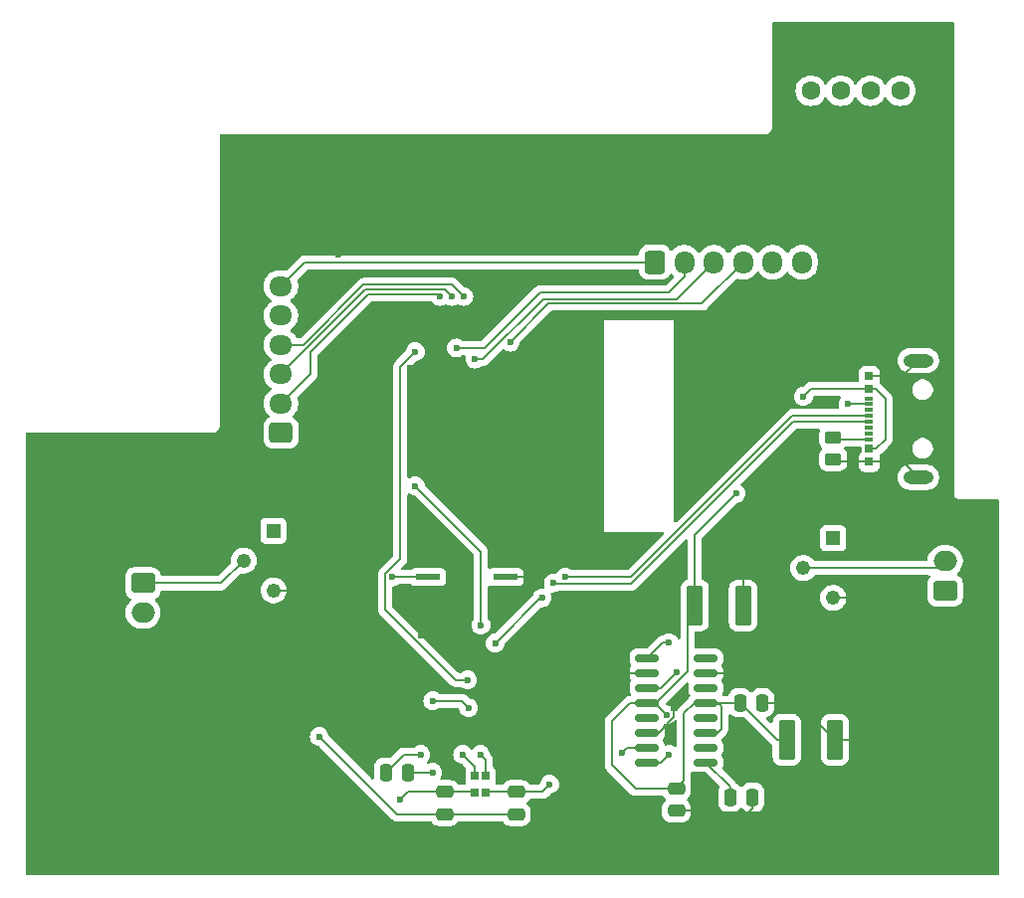
<source format=gbr>
%TF.GenerationSoftware,KiCad,Pcbnew,8.0.3*%
%TF.CreationDate,2024-10-26T03:20:47-07:00*%
%TF.ProjectId,test,74657374-2e6b-4696-9361-645f70636258,rev?*%
%TF.SameCoordinates,Original*%
%TF.FileFunction,Copper,L2,Bot*%
%TF.FilePolarity,Positive*%
%FSLAX46Y46*%
G04 Gerber Fmt 4.6, Leading zero omitted, Abs format (unit mm)*
G04 Created by KiCad (PCBNEW 8.0.3) date 2024-10-26 03:20:47*
%MOMM*%
%LPD*%
G01*
G04 APERTURE LIST*
G04 Aperture macros list*
%AMRoundRect*
0 Rectangle with rounded corners*
0 $1 Rounding radius*
0 $2 $3 $4 $5 $6 $7 $8 $9 X,Y pos of 4 corners*
0 Add a 4 corners polygon primitive as box body*
4,1,4,$2,$3,$4,$5,$6,$7,$8,$9,$2,$3,0*
0 Add four circle primitives for the rounded corners*
1,1,$1+$1,$2,$3*
1,1,$1+$1,$4,$5*
1,1,$1+$1,$6,$7*
1,1,$1+$1,$8,$9*
0 Add four rect primitives between the rounded corners*
20,1,$1+$1,$2,$3,$4,$5,0*
20,1,$1+$1,$4,$5,$6,$7,0*
20,1,$1+$1,$6,$7,$8,$9,0*
20,1,$1+$1,$8,$9,$2,$3,0*%
G04 Aperture macros list end*
%TA.AperFunction,ComponentPad*%
%ADD10R,1.218000X1.218000*%
%TD*%
%TA.AperFunction,ComponentPad*%
%ADD11C,1.218000*%
%TD*%
%TA.AperFunction,SMDPad,CuDef*%
%ADD12RoundRect,0.250000X0.250000X0.475000X-0.250000X0.475000X-0.250000X-0.475000X0.250000X-0.475000X0*%
%TD*%
%TA.AperFunction,SMDPad,CuDef*%
%ADD13RoundRect,0.250000X0.475000X-0.250000X0.475000X0.250000X-0.475000X0.250000X-0.475000X-0.250000X0*%
%TD*%
%TA.AperFunction,SMDPad,CuDef*%
%ADD14R,2.108200X0.558800*%
%TD*%
%TA.AperFunction,SMDPad,CuDef*%
%ADD15R,0.640000X0.700000*%
%TD*%
%TA.AperFunction,SMDPad,CuDef*%
%ADD16RoundRect,0.250000X-0.475000X0.250000X-0.475000X-0.250000X0.475000X-0.250000X0.475000X0.250000X0*%
%TD*%
%TA.AperFunction,ComponentPad*%
%ADD17RoundRect,0.250000X0.750000X-0.600000X0.750000X0.600000X-0.750000X0.600000X-0.750000X-0.600000X0*%
%TD*%
%TA.AperFunction,ComponentPad*%
%ADD18O,2.000000X1.700000*%
%TD*%
%TA.AperFunction,ComponentPad*%
%ADD19RoundRect,0.250000X-0.750000X0.600000X-0.750000X-0.600000X0.750000X-0.600000X0.750000X0.600000X0*%
%TD*%
%TA.AperFunction,SMDPad,CuDef*%
%ADD20RoundRect,0.150000X0.850000X0.150000X-0.850000X0.150000X-0.850000X-0.150000X0.850000X-0.150000X0*%
%TD*%
%TA.AperFunction,ComponentPad*%
%ADD21C,1.600200*%
%TD*%
%TA.AperFunction,SMDPad,CuDef*%
%ADD22RoundRect,0.249999X-0.450001X-1.450001X0.450001X-1.450001X0.450001X1.450001X-0.450001X1.450001X0*%
%TD*%
%TA.AperFunction,SMDPad,CuDef*%
%ADD23RoundRect,0.250000X-0.450000X0.262500X-0.450000X-0.262500X0.450000X-0.262500X0.450000X0.262500X0*%
%TD*%
%TA.AperFunction,SMDPad,CuDef*%
%ADD24RoundRect,0.250000X-0.250000X-0.475000X0.250000X-0.475000X0.250000X0.475000X-0.250000X0.475000X0*%
%TD*%
%TA.AperFunction,ComponentPad*%
%ADD25RoundRect,0.250000X0.725000X-0.600000X0.725000X0.600000X-0.725000X0.600000X-0.725000X-0.600000X0*%
%TD*%
%TA.AperFunction,ComponentPad*%
%ADD26O,1.950000X1.700000*%
%TD*%
%TA.AperFunction,SMDPad,CuDef*%
%ADD27R,0.750000X0.770000*%
%TD*%
%TA.AperFunction,SMDPad,CuDef*%
%ADD28R,0.750000X0.310000*%
%TD*%
%TA.AperFunction,ComponentPad*%
%ADD29O,2.550000X1.150000*%
%TD*%
%TA.AperFunction,ComponentPad*%
%ADD30RoundRect,0.250000X-0.600000X-0.725000X0.600000X-0.725000X0.600000X0.725000X-0.600000X0.725000X0*%
%TD*%
%TA.AperFunction,ComponentPad*%
%ADD31O,1.700000X1.950000*%
%TD*%
%TA.AperFunction,ViaPad*%
%ADD32C,0.600000*%
%TD*%
%TA.AperFunction,Conductor*%
%ADD33C,0.200000*%
%TD*%
G04 APERTURE END LIST*
D10*
%TO.P,RV2,1,1*%
%TO.N,Net-(FB5-Pad1)*%
X145415000Y-107950000D03*
D11*
%TO.P,RV2,2,2*%
%TO.N,Net-(J2-Pin_1)*%
X142875000Y-110490000D03*
%TO.P,RV2,3,3*%
%TO.N,GND*%
X145415000Y-113030000D03*
%TD*%
D10*
%TO.P,RV1,1,1*%
%TO.N,Net-(FB4-Pad1)*%
X193040000Y-108585000D03*
D11*
%TO.P,RV1,2,2*%
%TO.N,Net-(J1-Pin_2)*%
X190500000Y-111125000D03*
%TO.P,RV1,3,3*%
%TO.N,GND*%
X193040000Y-113665000D03*
%TD*%
D12*
%TO.P,C16,1*%
%TO.N,GND*%
X187005000Y-122597499D03*
%TO.P,C16,2*%
%TO.N,+5V*%
X185105000Y-122597499D03*
%TD*%
D13*
%TO.P,C36,1*%
%TO.N,GNDA*%
X159982500Y-132080000D03*
%TO.P,C36,2*%
%TO.N,/inL*%
X159982500Y-130180000D03*
%TD*%
D14*
%TO.P,SW4,1,1*%
%TO.N,Net-(U4-GPIO0{slash}BOOT{slash}ADC2_CH1)*%
X158558000Y-111884000D03*
%TO.P,SW4,2,2*%
%TO.N,GND*%
X165159400Y-111884000D03*
%TD*%
D15*
%TO.P,RN1,1,R1.1*%
%TO.N,/inR*%
X163500500Y-130240000D03*
%TO.P,RN1,2,R2.1*%
%TO.N,/inL*%
X162560500Y-130240000D03*
%TO.P,RN1,3,R2.2*%
%TO.N,Net-(RN1-R2.2)*%
X162560500Y-128840000D03*
%TO.P,RN1,4,R1.2*%
%TO.N,Net-(RN1-R1.2)*%
X163500500Y-128840000D03*
%TD*%
D16*
%TO.P,C37,1*%
%TO.N,/inR*%
X166078500Y-130180000D03*
%TO.P,C37,2*%
%TO.N,GNDA*%
X166078500Y-132080000D03*
%TD*%
D12*
%TO.P,C20,1*%
%TO.N,GND*%
X186167500Y-130650000D03*
%TO.P,C20,2*%
%TO.N,Net-(U2-VREF)*%
X184267500Y-130650000D03*
%TD*%
D17*
%TO.P,J1,1,Pin_1*%
%TO.N,Net-(J1-Pin_1)*%
X202565000Y-113030000D03*
D18*
%TO.P,J1,2,Pin_2*%
%TO.N,Net-(J1-Pin_2)*%
X202565000Y-110530000D03*
%TD*%
D13*
%TO.P,C15,1*%
%TO.N,GND*%
X179705000Y-131802499D03*
%TO.P,C15,2*%
%TO.N,+5V*%
X179705000Y-129902499D03*
%TD*%
D19*
%TO.P,J2,1,Pin_1*%
%TO.N,Net-(J2-Pin_1)*%
X134320000Y-112415000D03*
D18*
%TO.P,J2,2,Pin_2*%
%TO.N,Net-(J2-Pin_2)*%
X134320000Y-114915000D03*
%TD*%
D20*
%TO.P,U2,1,+OUT_L*%
%TO.N,unconnected-(U2-+OUT_L-Pad1)*%
X182205000Y-118787499D03*
%TO.P,U2,2,PGNDL*%
%TO.N,GND*%
X182205000Y-120057499D03*
%TO.P,U2,3,-OUT_L*%
%TO.N,unconnected-(U2--OUT_L-Pad3)*%
X182205000Y-121327499D03*
%TO.P,U2,4,PVDDL*%
%TO.N,+5V*%
X182205000Y-122597499D03*
%TO.P,U2,5,~{MUTE}*%
%TO.N,unconnected-(U2-~{MUTE}-Pad5)*%
X182205000Y-123867499D03*
%TO.P,U2,6,VDD*%
%TO.N,+5V*%
X182205000Y-125137499D03*
%TO.P,U2,7,INL*%
%TO.N,unconnected-(U2-INL-Pad7)*%
X182205000Y-126407499D03*
%TO.P,U2,8,VREF*%
%TO.N,Net-(U2-VREF)*%
X182205000Y-127677499D03*
%TO.P,U2,9,MODE*%
%TO.N,+5V*%
X177205000Y-127677499D03*
%TO.P,U2,10,INR*%
%TO.N,Net-(U2-INR)*%
X177205000Y-126407499D03*
%TO.P,U2,11,GND*%
%TO.N,GND*%
X177205000Y-125137499D03*
%TO.P,U2,12,~{SHND}*%
%TO.N,unconnected-(U2-~{SHND}-Pad12)*%
X177205000Y-123867499D03*
%TO.P,U2,13,PVDDR*%
%TO.N,+5V*%
X177205000Y-122597499D03*
%TO.P,U2,14,-OUT_R*%
%TO.N,Net-(U2--OUT_R)*%
X177205000Y-121327499D03*
%TO.P,U2,15,PGNDR*%
%TO.N,GND*%
X177205000Y-120057499D03*
%TO.P,U2,16,+OUT_R*%
%TO.N,Net-(U2-+OUT_R)*%
X177205000Y-118787499D03*
%TD*%
D21*
%TO.P,J6,1,Pin_1*%
%TO.N,+5V*%
X198755000Y-70485000D03*
%TO.P,J6,2,Pin_2*%
%TO.N,GND*%
X196215000Y-70485000D03*
%TO.P,J6,3*%
%TO.N,N/C*%
X193675000Y-70485000D03*
%TO.P,J6,4*%
X191135000Y-70485000D03*
%TD*%
D22*
%TO.P,C14,1*%
%TO.N,+5V*%
X189085000Y-125730000D03*
%TO.P,C14,2*%
%TO.N,GND*%
X193185000Y-125730000D03*
%TD*%
D23*
%TO.P,R15,1*%
%TO.N,/cc22*%
X193040000Y-100052500D03*
%TO.P,R15,2*%
%TO.N,GND*%
X193040000Y-101877500D03*
%TD*%
D24*
%TO.P,C35,1*%
%TO.N,Net-(U6-CAPP)*%
X154968500Y-128524000D03*
%TO.P,C35,2*%
%TO.N,Net-(U6-CAPM)*%
X156868500Y-128524000D03*
%TD*%
D25*
%TO.P,J4,1,Pin_1*%
%TO.N,GND*%
X146050000Y-99615000D03*
D26*
%TO.P,J4,2,Pin_2*%
%TO.N,/wsIn*%
X146050000Y-97115000D03*
%TO.P,J4,3,Pin_3*%
%TO.N,/sdIn*%
X146050000Y-94615000D03*
%TO.P,J4,4,Pin_4*%
%TO.N,/bckIn*%
X146050000Y-92115000D03*
%TO.P,J4,5,Pin_5*%
%TO.N,GND*%
X146050000Y-89615000D03*
%TO.P,J4,6,Pin_6*%
%TO.N,+3.3V*%
X146050000Y-87115000D03*
%TD*%
D22*
%TO.P,C17,1*%
%TO.N,+5V*%
X181262500Y-114300000D03*
%TO.P,C17,2*%
%TO.N,GND*%
X185362500Y-114300000D03*
%TD*%
D27*
%TO.P,J3,A1/B12,GND_A*%
%TO.N,GND*%
X196085000Y-94795000D03*
%TO.P,J3,A4/B9,VBUS_A*%
%TO.N,+5V*%
X196085000Y-95865000D03*
D28*
%TO.P,J3,A5,CC1*%
%TO.N,/cc21*%
X196085000Y-97175000D03*
%TO.P,J3,A6,DP1*%
%TO.N,/d2+*%
X196085000Y-98175000D03*
%TO.P,J3,A7,DN1*%
%TO.N,/d2-*%
X196085000Y-98675000D03*
%TO.P,J3,A8,SBU1*%
%TO.N,unconnected-(J3-SBU1-PadA8)*%
X196085000Y-99675000D03*
D27*
%TO.P,J3,A9/B4,VBUS_B*%
%TO.N,+5V*%
X196085000Y-100985000D03*
%TO.P,J3,A12/B1,GND_B*%
%TO.N,GND*%
X196085000Y-102055000D03*
D28*
%TO.P,J3,B5,CC2*%
%TO.N,/cc22*%
X196085000Y-100175000D03*
%TO.P,J3,B6,DP2*%
%TO.N,unconnected-(J3-DP2-PadB6)*%
X196085000Y-99175000D03*
%TO.P,J3,B7,DN2*%
%TO.N,unconnected-(J3-DN2-PadB7)*%
X196085000Y-97675000D03*
%TO.P,J3,B8,SBU2*%
%TO.N,unconnected-(J3-SBU2-PadB8)*%
X196085000Y-96675000D03*
D29*
%TO.P,J3,SH1,SHIELD*%
%TO.N,GND*%
X200280000Y-93455000D03*
%TO.P,J3,SH2,SHIELD__1*%
X200280000Y-103395000D03*
%TD*%
D30*
%TO.P,J5,1,Pin_1*%
%TO.N,+3.3V*%
X177880000Y-85090000D03*
D31*
%TO.P,J5,2,Pin_2*%
%TO.N,/wsIn*%
X180380000Y-85090000D03*
%TO.P,J5,3,Pin_3*%
%TO.N,/sdIn*%
X182880000Y-85090000D03*
%TO.P,J5,4,Pin_4*%
%TO.N,/bckIn*%
X185380000Y-85090000D03*
%TO.P,J5,5,Pin_5*%
%TO.N,GND*%
X187880000Y-85090000D03*
%TO.P,J5,6,Pin_6*%
%TO.N,+3.3V*%
X190380000Y-85090000D03*
%TD*%
D32*
%TO.N,GND*%
X148590000Y-111760000D03*
X195580000Y-114935000D03*
X139065000Y-100965000D03*
X193675000Y-65405000D03*
X179705000Y-136525000D03*
X141605000Y-136525000D03*
X170815000Y-92710000D03*
X141605000Y-92075000D03*
X133985000Y-136525000D03*
X128905000Y-100965000D03*
X188595000Y-69215000D03*
X140335000Y-102235000D03*
X125095000Y-112395000D03*
X202565000Y-75565000D03*
X125095000Y-131445000D03*
X125095000Y-100965000D03*
X136525000Y-136525000D03*
X125095000Y-122555000D03*
X170815000Y-75565000D03*
X154305000Y-75565000D03*
X197485000Y-136525000D03*
X202565000Y-74295000D03*
X188595000Y-66675000D03*
X182245000Y-75565000D03*
X140335000Y-125095000D03*
X179705000Y-75565000D03*
X188595000Y-73025000D03*
X141605000Y-78105000D03*
X202565000Y-86995000D03*
X167418500Y-112616500D03*
X206375000Y-117475000D03*
X125095000Y-120015000D03*
X172085000Y-136525000D03*
X194945000Y-136525000D03*
X141605000Y-93345000D03*
X182245000Y-136525000D03*
X142875000Y-136525000D03*
X158115000Y-75565000D03*
X198755000Y-136525000D03*
X206375000Y-109855000D03*
X125095000Y-130175000D03*
X131445000Y-100965000D03*
X169226000Y-99184000D03*
X159385000Y-136525000D03*
X165735000Y-93980000D03*
X201295000Y-136525000D03*
X197485000Y-65405000D03*
X136525000Y-100965000D03*
X186055000Y-75565000D03*
X206375000Y-122555000D03*
X188595000Y-136525000D03*
X194945000Y-65405000D03*
X160655000Y-75565000D03*
X195580000Y-126365000D03*
X186055000Y-136525000D03*
X188595000Y-65405000D03*
X125095000Y-132715000D03*
X168275000Y-132080000D03*
X175895000Y-75565000D03*
X168275000Y-136525000D03*
X157034000Y-94104000D03*
X202565000Y-76835000D03*
X157950500Y-116840000D03*
X146685000Y-75565000D03*
X183515000Y-75565000D03*
X202565000Y-69215000D03*
X203200000Y-106680000D03*
X202565000Y-136525000D03*
X135255000Y-136525000D03*
X200025000Y-65405000D03*
X165735000Y-136525000D03*
X153035000Y-75565000D03*
X202565000Y-106680000D03*
X125095000Y-135255000D03*
X188595000Y-71755000D03*
X125095000Y-108585000D03*
X135255000Y-100965000D03*
X206375000Y-126365000D03*
X188595000Y-75565000D03*
X183515000Y-136525000D03*
X144145000Y-136525000D03*
X167005000Y-75565000D03*
X202565000Y-104775000D03*
X206375000Y-106680000D03*
X149225000Y-97155000D03*
X204470000Y-106680000D03*
X155575000Y-136525000D03*
X141605000Y-84455000D03*
X206375000Y-132715000D03*
X169545000Y-75565000D03*
X174625000Y-136525000D03*
X151765000Y-136525000D03*
X141605000Y-81915000D03*
X126365000Y-100965000D03*
X145415000Y-75565000D03*
X202565000Y-67945000D03*
X206375000Y-131445000D03*
X125095000Y-126365000D03*
X163195000Y-136525000D03*
X141605000Y-76835000D03*
X153035000Y-136525000D03*
X206375000Y-128905000D03*
X140335000Y-132715000D03*
X125095000Y-107315000D03*
X140335000Y-136525000D03*
X202565000Y-83185000D03*
X181926000Y-104264000D03*
X141605000Y-100965000D03*
X159385000Y-75565000D03*
X151765000Y-75565000D03*
X146685000Y-136525000D03*
X189865000Y-136525000D03*
X131445000Y-133350000D03*
X184785000Y-75565000D03*
X205105000Y-136525000D03*
X206375000Y-133985000D03*
X202565000Y-106045000D03*
X134620000Y-120015000D03*
X184785000Y-136525000D03*
X202565000Y-88265000D03*
X164465000Y-136525000D03*
X172085000Y-75565000D03*
X150495000Y-75565000D03*
X141605000Y-75565000D03*
X193675000Y-136525000D03*
X149225000Y-87630000D03*
X125095000Y-117475000D03*
X185217500Y-119220000D03*
X126365000Y-136525000D03*
X175895000Y-136525000D03*
X141605000Y-83185000D03*
X181610000Y-131487499D03*
X125095000Y-128905000D03*
X169545000Y-136525000D03*
X205740000Y-106680000D03*
X163195000Y-75565000D03*
X200025000Y-136525000D03*
X202565000Y-90805000D03*
X177165000Y-75565000D03*
X192405000Y-136525000D03*
X186690000Y-88900000D03*
X152400000Y-131445000D03*
X149225000Y-136525000D03*
X206375000Y-120015000D03*
X125095000Y-121285000D03*
X180975000Y-75565000D03*
X172720000Y-118110000D03*
X144145000Y-75565000D03*
X188595000Y-67945000D03*
X132715000Y-100965000D03*
X202565000Y-80645000D03*
X155575000Y-75565000D03*
X147955000Y-136525000D03*
X195580000Y-75565000D03*
X161506500Y-116332000D03*
X140335000Y-100965000D03*
X159574000Y-96644000D03*
X206375000Y-107315000D03*
X132715000Y-136525000D03*
X201295000Y-65405000D03*
X142875000Y-75565000D03*
X125095000Y-106045000D03*
X191135000Y-136525000D03*
X125095000Y-109855000D03*
X141605000Y-89535000D03*
X141605000Y-94615000D03*
X179502500Y-123030000D03*
X202565000Y-71755000D03*
X202565000Y-85725000D03*
X173355000Y-136525000D03*
X154305000Y-136525000D03*
X178435000Y-75565000D03*
X141605000Y-90805000D03*
X178435000Y-136525000D03*
X203835000Y-136525000D03*
X202565000Y-79375000D03*
X141605000Y-99695000D03*
X151446000Y-107820000D03*
X141605000Y-85725000D03*
X147955000Y-75565000D03*
X158115000Y-136525000D03*
X206375000Y-123825000D03*
X206375000Y-116205000D03*
X125095000Y-125095000D03*
X134620000Y-125730000D03*
X127635000Y-100965000D03*
X180300000Y-80712000D03*
X168275000Y-75565000D03*
X141605000Y-86995000D03*
X164465000Y-75565000D03*
X188595000Y-70485000D03*
X206375000Y-127635000D03*
X186904000Y-81026000D03*
X206375000Y-121285000D03*
X193040000Y-78105000D03*
X192405000Y-65405000D03*
X125095000Y-123825000D03*
X141605000Y-79375000D03*
X206375000Y-125095000D03*
X165735000Y-75565000D03*
X202565000Y-78105000D03*
X130175000Y-100965000D03*
X133985000Y-100965000D03*
X196215000Y-65405000D03*
X125095000Y-133985000D03*
X206375000Y-118745000D03*
X163130000Y-101724000D03*
X191135000Y-90805000D03*
X125095000Y-114935000D03*
X137795000Y-136525000D03*
X150495000Y-136525000D03*
X191135000Y-65405000D03*
X177165000Y-136525000D03*
X161925000Y-136525000D03*
X170815000Y-136525000D03*
X206375000Y-135255000D03*
X128905000Y-136525000D03*
X174625000Y-119380000D03*
X202565000Y-65405000D03*
X202565000Y-73025000D03*
X158115000Y-115570000D03*
X141605000Y-98425000D03*
X206375000Y-130175000D03*
X125095000Y-113665000D03*
X188595000Y-74295000D03*
X202565000Y-66675000D03*
X187325000Y-136525000D03*
X150938000Y-84452000D03*
X206375000Y-114935000D03*
X206375000Y-112395000D03*
X173355000Y-75565000D03*
X180975000Y-136525000D03*
X174625000Y-75565000D03*
X125095000Y-111125000D03*
X129540000Y-126365000D03*
X187325000Y-75565000D03*
X127635000Y-136525000D03*
X185217500Y-132555000D03*
X202565000Y-92075000D03*
X156845000Y-75565000D03*
X206375000Y-113665000D03*
X202565000Y-81915000D03*
X196215000Y-136525000D03*
X161925000Y-75565000D03*
X137795000Y-100965000D03*
X189865000Y-65405000D03*
X206375000Y-111125000D03*
X145415000Y-136525000D03*
X168910000Y-78740000D03*
X125095000Y-102235000D03*
X206375000Y-108585000D03*
X139065000Y-136525000D03*
X130175000Y-136525000D03*
X125095000Y-103505000D03*
X131445000Y-136525000D03*
X202565000Y-84455000D03*
X141605000Y-88265000D03*
X206375000Y-136525000D03*
X141605000Y-95885000D03*
X202565000Y-89535000D03*
X167005000Y-136525000D03*
X170815000Y-105410000D03*
X186055000Y-111125000D03*
X141605000Y-80645000D03*
X125095000Y-127635000D03*
X149225000Y-75565000D03*
X125095000Y-104775000D03*
X140970000Y-121285000D03*
X125095000Y-116205000D03*
X125095000Y-118745000D03*
X156845000Y-136525000D03*
X160655000Y-136525000D03*
X198755000Y-65405000D03*
X191770000Y-106680000D03*
X189865000Y-105410000D03*
X125095000Y-136525000D03*
X141605000Y-97155000D03*
%TO.N,/inR*%
X168910000Y-129540000D03*
%TO.N,Net-(U2-INR)*%
X175057500Y-126840000D03*
%TO.N,/inL*%
X156210000Y-130810000D03*
%TO.N,+5V*%
X184785000Y-104775000D03*
X178869484Y-123624484D03*
X179070000Y-127000000D03*
X190500000Y-96520000D03*
%TO.N,/bckIn*%
X165552069Y-91892069D03*
X161606000Y-88008000D03*
%TO.N,/sdIn*%
X160590000Y-88008000D03*
X162560000Y-93345000D03*
%TO.N,/wsIn*%
X159574000Y-88008000D03*
X160972500Y-92392500D03*
%TO.N,/wsOut*%
X163068000Y-115982000D03*
X157480000Y-104140000D03*
%TO.N,/bckOut*%
X157480000Y-92710000D03*
X161925000Y-120650000D03*
%TO.N,Net-(U2--OUT_R)*%
X179705000Y-120015000D03*
%TO.N,Net-(U2-+OUT_R)*%
X179070000Y-117475000D03*
%TO.N,/sdOut*%
X164279979Y-117514327D03*
X168275000Y-113665000D03*
%TO.N,Net-(U4-GPIO0{slash}BOOT{slash}ADC2_CH1)*%
X155510000Y-111884000D03*
%TO.N,GNDA*%
X149314500Y-125476000D03*
%TO.N,+3.3VA*%
X162014500Y-123028000D03*
X158966500Y-122428000D03*
%TO.N,Net-(U6-CAPM)*%
X158966500Y-128524000D03*
%TO.N,Net-(U6-CAPP)*%
X157950500Y-127000000D03*
%TO.N,/d2+*%
X170242000Y-111884000D03*
%TO.N,/d2-*%
X169226000Y-112392000D03*
%TO.N,/cc21*%
X194310000Y-97155000D03*
%TO.N,Net-(RN1-R1.2)*%
X163030500Y-127000000D03*
%TO.N,Net-(RN1-R2.2)*%
X161506500Y-127000000D03*
%TD*%
D33*
%TO.N,GND*%
X147320000Y-113030000D02*
X148590000Y-111760000D01*
X145415000Y-113030000D02*
X147320000Y-113030000D01*
%TO.N,Net-(J2-Pin_1)*%
X140950000Y-112415000D02*
X134320000Y-112415000D01*
X142875000Y-110490000D02*
X140950000Y-112415000D01*
%TO.N,Net-(J1-Pin_2)*%
X201970000Y-111125000D02*
X190500000Y-111125000D01*
X202565000Y-110530000D02*
X201970000Y-111125000D01*
%TO.N,GND*%
X194310000Y-113665000D02*
X195580000Y-114935000D01*
X193040000Y-113665000D02*
X194310000Y-113665000D01*
X179705000Y-131802499D02*
X181295000Y-131802499D01*
X198940000Y-94795000D02*
X200280000Y-93455000D01*
X189945000Y-109220000D02*
X191770000Y-107395000D01*
X191770000Y-107395000D02*
X191770000Y-106680000D01*
X186167500Y-130650000D02*
X186167500Y-131605000D01*
X196085000Y-102055000D02*
X198940000Y-102055000D01*
X193217500Y-102055000D02*
X193040000Y-101877500D01*
X193185000Y-125730000D02*
X194945000Y-125730000D01*
X198940000Y-102055000D02*
X200280000Y-103395000D01*
X187005000Y-122597499D02*
X190052499Y-122597499D01*
X196085000Y-94795000D02*
X198940000Y-94795000D01*
X181295000Y-131802499D02*
X181610000Y-131487499D01*
X194945000Y-125730000D02*
X195580000Y-126365000D01*
X177205000Y-125137499D02*
X178204999Y-125137499D01*
X140335000Y-125095000D02*
X140335000Y-121920000D01*
X182205000Y-120057499D02*
X184380001Y-120057499D01*
X175302499Y-120057499D02*
X174625000Y-119380000D01*
X186167500Y-131605000D02*
X185217500Y-132555000D01*
X184380001Y-120057499D02*
X185217500Y-119220000D01*
X167418500Y-112616500D02*
X166686000Y-111884000D01*
X177205000Y-120057499D02*
X175302499Y-120057499D01*
X140335000Y-121920000D02*
X140970000Y-121285000D01*
X179502500Y-123839998D02*
X179502500Y-123030000D01*
X196085000Y-102055000D02*
X193217500Y-102055000D01*
X185362500Y-114300000D02*
X185362500Y-111817500D01*
X190052499Y-122597499D02*
X193185000Y-125730000D01*
X185362500Y-111817500D02*
X186055000Y-111125000D01*
X178204999Y-125137499D02*
X179502500Y-123839998D01*
X166686000Y-111884000D02*
X165159400Y-111884000D01*
%TO.N,/inR*%
X168270000Y-130180000D02*
X168910000Y-129540000D01*
X166078500Y-130180000D02*
X163560500Y-130180000D01*
X166078500Y-130180000D02*
X168270000Y-130180000D01*
X163560500Y-130180000D02*
X163500500Y-130240000D01*
%TO.N,+3.3V*%
X177880000Y-85090000D02*
X148075000Y-85090000D01*
X148075000Y-85090000D02*
X146050000Y-87115000D01*
%TO.N,Net-(U2-INR)*%
X175490001Y-126407499D02*
X177205000Y-126407499D01*
X175057500Y-126840000D02*
X175490001Y-126407499D01*
%TO.N,/inL*%
X159982500Y-130180000D02*
X162500500Y-130180000D01*
X159982500Y-130180000D02*
X156840000Y-130180000D01*
X162500500Y-130180000D02*
X162560500Y-130240000D01*
X156840000Y-130180000D02*
X156210000Y-130810000D01*
%TO.N,+5V*%
X177971030Y-122597499D02*
X180627500Y-119941029D01*
X183505000Y-124837498D02*
X183505000Y-122897500D01*
X197485000Y-100160000D02*
X197485000Y-96690000D01*
X179705000Y-129902499D02*
X176214999Y-129902499D01*
X181205001Y-122597499D02*
X180340000Y-123462500D01*
X176214999Y-129902499D02*
X174192500Y-127880000D01*
X189085000Y-125730000D02*
X188237501Y-125730000D01*
X180627500Y-114935000D02*
X181262500Y-114300000D01*
X183204999Y-125137499D02*
X183505000Y-124837498D01*
X188237501Y-125730000D02*
X185105000Y-122597499D01*
X191155000Y-95865000D02*
X190500000Y-96520000D01*
X183204999Y-122597499D02*
X182205000Y-122597499D01*
X181262500Y-108297500D02*
X184785000Y-104775000D01*
X174192500Y-124137499D02*
X175732500Y-122597499D01*
X177205000Y-122597499D02*
X177971030Y-122597499D01*
X196660000Y-95865000D02*
X196085000Y-95865000D01*
X180627500Y-119941029D02*
X180627500Y-114935000D01*
X196660000Y-100985000D02*
X197485000Y-100160000D01*
X175732500Y-122597499D02*
X177205000Y-122597499D01*
X179705000Y-129902499D02*
X180340000Y-129267499D01*
X197485000Y-96690000D02*
X196660000Y-95865000D01*
X180340000Y-129267499D02*
X180340000Y-123462500D01*
X182205000Y-125137499D02*
X183204999Y-125137499D01*
X183505000Y-122897500D02*
X183204999Y-122597499D01*
X177842499Y-122597499D02*
X177205000Y-122597499D01*
X179070000Y-127000000D02*
X178392501Y-127677499D01*
X182205000Y-122597499D02*
X185105000Y-122597499D01*
X178869484Y-123624484D02*
X177842499Y-122597499D01*
X174192500Y-127880000D02*
X174192500Y-124137499D01*
X178392501Y-127677499D02*
X177205000Y-127677499D01*
X196085000Y-95865000D02*
X191155000Y-95865000D01*
X181262500Y-114300000D02*
X181262500Y-108297500D01*
X182205000Y-122597499D02*
X181205001Y-122597499D01*
X196085000Y-100985000D02*
X196660000Y-100985000D01*
%TO.N,/bckIn*%
X147984314Y-92115000D02*
X153091314Y-87008000D01*
X168836138Y-88608000D02*
X181862000Y-88608000D01*
X181862000Y-88608000D02*
X185380000Y-85090000D01*
X160606000Y-87008000D02*
X161606000Y-88008000D01*
X146050000Y-92115000D02*
X147984314Y-92115000D01*
X153091314Y-87008000D02*
X160606000Y-87008000D01*
X165552069Y-91892069D02*
X168836138Y-88608000D01*
%TO.N,/sdIn*%
X159990000Y-87408000D02*
X160590000Y-88008000D01*
X146050000Y-94615000D02*
X153257000Y-87408000D01*
X163222805Y-93345000D02*
X168359805Y-88208000D01*
X168359805Y-88208000D02*
X179762000Y-88208000D01*
X162560000Y-93345000D02*
X163222805Y-93345000D01*
X179762000Y-88208000D02*
X182880000Y-85090000D01*
X153257000Y-87408000D02*
X159990000Y-87408000D01*
%TO.N,/wsIn*%
X180380000Y-86320000D02*
X180380000Y-85090000D01*
X168117079Y-87630000D02*
X179070000Y-87630000D01*
X153492000Y-87808000D02*
X148590000Y-92710000D01*
X159574000Y-88008000D02*
X159374000Y-87808000D01*
X160972500Y-92392500D02*
X163354579Y-92392500D01*
X159374000Y-87808000D02*
X153492000Y-87808000D01*
X148590000Y-94575000D02*
X146050000Y-97115000D01*
X163354579Y-92392500D02*
X168117079Y-87630000D01*
X179070000Y-87630000D02*
X180380000Y-86320000D01*
X148590000Y-92710000D02*
X148590000Y-94575000D01*
%TO.N,/wsOut*%
X163068000Y-115982000D02*
X163068000Y-109728000D01*
X163068000Y-109728000D02*
X157480000Y-104140000D01*
%TO.N,/bckOut*%
X160911971Y-120650000D02*
X154910000Y-114648029D01*
X156210000Y-93980000D02*
X157480000Y-92710000D01*
X156210000Y-110335471D02*
X156210000Y-93980000D01*
X161925000Y-120650000D02*
X160911971Y-120650000D01*
X154910000Y-111635471D02*
X156210000Y-110335471D01*
X154910000Y-114648029D02*
X154910000Y-111635471D01*
%TO.N,Net-(U2-VREF)*%
X184267500Y-129739999D02*
X182205000Y-127677499D01*
X184267500Y-130650000D02*
X184267500Y-129739999D01*
%TO.N,Net-(U2--OUT_R)*%
X177205000Y-121327499D02*
X178392501Y-121327499D01*
X178392501Y-121327499D02*
X179705000Y-120015000D01*
%TO.N,Net-(U2-+OUT_R)*%
X178517499Y-117475000D02*
X179070000Y-117475000D01*
X177205000Y-118787499D02*
X178517499Y-117475000D01*
%TO.N,/sdOut*%
X168275000Y-113665000D02*
X168129306Y-113665000D01*
X168129306Y-113665000D02*
X164279979Y-117514327D01*
%TO.N,Net-(U4-GPIO0{slash}BOOT{slash}ADC2_CH1)*%
X155510000Y-111884000D02*
X158558000Y-111884000D01*
%TO.N,GNDA*%
X159982500Y-132080000D02*
X166078500Y-132080000D01*
X155918500Y-132080000D02*
X159982500Y-132080000D01*
X149314500Y-125476000D02*
X155918500Y-132080000D01*
%TO.N,+3.3VA*%
X161414500Y-122428000D02*
X158966500Y-122428000D01*
X162014500Y-123028000D02*
X161414500Y-122428000D01*
%TO.N,Net-(U6-CAPM)*%
X156868500Y-128524000D02*
X158966500Y-128524000D01*
%TO.N,Net-(U6-CAPP)*%
X154968500Y-128524000D02*
X156492500Y-127000000D01*
X156492500Y-127000000D02*
X157950500Y-127000000D01*
%TO.N,/d2+*%
X189549314Y-98175000D02*
X175840314Y-111884000D01*
X196085000Y-98175000D02*
X189549314Y-98175000D01*
X175840314Y-111884000D02*
X170242000Y-111884000D01*
%TO.N,/d2-*%
X169318000Y-112484000D02*
X169226000Y-112392000D01*
X196085000Y-98675000D02*
X189615000Y-98675000D01*
X175806000Y-112484000D02*
X169318000Y-112484000D01*
X189615000Y-98675000D02*
X175806000Y-112484000D01*
%TO.N,/cc22*%
X193162500Y-100175000D02*
X193040000Y-100052500D01*
X196085000Y-100175000D02*
X193162500Y-100175000D01*
%TO.N,/cc21*%
X196085000Y-97175000D02*
X194330000Y-97175000D01*
X194330000Y-97175000D02*
X194310000Y-97155000D01*
%TO.N,Net-(RN1-R1.2)*%
X163030500Y-127000000D02*
X163500500Y-127470000D01*
X163500500Y-127470000D02*
X163500500Y-128840000D01*
%TO.N,Net-(RN1-R2.2)*%
X162560500Y-128054000D02*
X162560500Y-128840000D01*
X161506500Y-127000000D02*
X162560500Y-128054000D01*
%TD*%
%TA.AperFunction,Conductor*%
%TO.N,GND*%
G36*
X179695742Y-124080346D02*
G01*
X179734114Y-124138736D01*
X179739500Y-124174883D01*
X179739500Y-126250905D01*
X179719815Y-126317944D01*
X179667011Y-126363699D01*
X179597853Y-126373643D01*
X179549528Y-126355899D01*
X179419523Y-126274211D01*
X179249254Y-126214631D01*
X179249249Y-126214630D01*
X179070004Y-126194435D01*
X179069996Y-126194435D01*
X178890750Y-126214630D01*
X178890742Y-126214632D01*
X178859224Y-126225661D01*
X178789445Y-126229222D01*
X178728818Y-126194493D01*
X178699194Y-126143214D01*
X178688329Y-126105816D01*
X178656744Y-125997101D01*
X178573081Y-125855634D01*
X178573078Y-125855631D01*
X178568298Y-125849468D01*
X178570635Y-125847654D01*
X178543798Y-125798549D01*
X178548756Y-125728855D01*
X178569554Y-125696497D01*
X178567903Y-125695216D01*
X178572686Y-125689049D01*
X178656282Y-125547695D01*
X178656283Y-125547692D01*
X178702099Y-125389994D01*
X178702100Y-125389988D01*
X178704999Y-125353148D01*
X178705000Y-125353133D01*
X178705000Y-124921864D01*
X178704999Y-124921849D01*
X178702100Y-124885009D01*
X178702099Y-124885003D01*
X178656283Y-124727305D01*
X178656282Y-124727302D01*
X178579397Y-124597295D01*
X178562214Y-124529571D01*
X178584374Y-124463308D01*
X178638840Y-124419545D01*
X178700011Y-124410954D01*
X178776258Y-124419545D01*
X178869481Y-124430049D01*
X178869484Y-124430049D01*
X178869488Y-124430049D01*
X179048733Y-124409853D01*
X179048736Y-124409852D01*
X179048739Y-124409852D01*
X179219006Y-124350273D01*
X179371746Y-124254300D01*
X179499300Y-124126746D01*
X179510506Y-124108912D01*
X179562840Y-124062620D01*
X179631894Y-124051971D01*
X179695742Y-124080346D01*
G37*
%TD.AperFunction*%
%TA.AperFunction,Conductor*%
G36*
X180646211Y-120874064D02*
G01*
X180702144Y-120915936D01*
X180726561Y-120981400D01*
X180721954Y-121024839D01*
X180707402Y-121074928D01*
X180707401Y-121074931D01*
X180704500Y-121111797D01*
X180704500Y-121543200D01*
X180707401Y-121580066D01*
X180707402Y-121580072D01*
X180753254Y-121737892D01*
X180753255Y-121737895D01*
X180836917Y-121879361D01*
X180841702Y-121885530D01*
X180839256Y-121887426D01*
X180865857Y-121936141D01*
X180860873Y-122005833D01*
X180840069Y-122038202D01*
X180841702Y-122039468D01*
X180836916Y-122045637D01*
X180753253Y-122187104D01*
X180752798Y-122188157D01*
X180751511Y-122190050D01*
X180749285Y-122193815D01*
X180749048Y-122193675D01*
X180726702Y-122226561D01*
X180724501Y-122228763D01*
X180724481Y-122228783D01*
X179859481Y-123093782D01*
X179859475Y-123093790D01*
X179822939Y-123157074D01*
X179822939Y-123157076D01*
X179781344Y-123229119D01*
X179730776Y-123277334D01*
X179662169Y-123290556D01*
X179597304Y-123264588D01*
X179568963Y-123233090D01*
X179564003Y-123225196D01*
X179499300Y-123122222D01*
X179371746Y-122994668D01*
X179269245Y-122930262D01*
X179219005Y-122898694D01*
X179048733Y-122839114D01*
X178961814Y-122829321D01*
X178897400Y-122802254D01*
X178888017Y-122793782D01*
X178843679Y-122749444D01*
X178810194Y-122688121D01*
X178815178Y-122618429D01*
X178843675Y-122574087D01*
X180515200Y-120902562D01*
X180576519Y-120869080D01*
X180646211Y-120874064D01*
G37*
%TD.AperFunction*%
%TA.AperFunction,Conductor*%
G36*
X203277539Y-64655185D02*
G01*
X203323294Y-64707989D01*
X203334500Y-64759500D01*
X203334500Y-104840891D01*
X203368608Y-104968187D01*
X203370059Y-104970700D01*
X203434500Y-105082314D01*
X203527686Y-105175500D01*
X203641814Y-105241392D01*
X203769108Y-105275500D01*
X203900892Y-105275500D01*
X207020500Y-105275500D01*
X207087539Y-105295185D01*
X207133294Y-105347989D01*
X207144500Y-105399500D01*
X207144500Y-137170500D01*
X207124815Y-137237539D01*
X207072011Y-137283294D01*
X207020500Y-137294500D01*
X124449500Y-137294500D01*
X124382461Y-137274815D01*
X124336706Y-137222011D01*
X124325500Y-137170500D01*
X124325500Y-125475996D01*
X148508935Y-125475996D01*
X148508935Y-125476003D01*
X148529130Y-125655249D01*
X148529131Y-125655254D01*
X148588711Y-125825523D01*
X148651519Y-125925480D01*
X148684684Y-125978262D01*
X148812238Y-126105816D01*
X148964978Y-126201789D01*
X149135245Y-126261368D01*
X149222169Y-126271161D01*
X149286580Y-126298226D01*
X149295965Y-126306700D01*
X155433639Y-132444374D01*
X155433649Y-132444385D01*
X155437979Y-132448715D01*
X155437980Y-132448716D01*
X155549784Y-132560520D01*
X155549786Y-132560521D01*
X155549790Y-132560524D01*
X155686709Y-132639573D01*
X155686716Y-132639577D01*
X155798519Y-132669534D01*
X155839442Y-132680500D01*
X155839443Y-132680500D01*
X158772702Y-132680500D01*
X158839741Y-132700185D01*
X158878239Y-132739401D01*
X158914788Y-132798656D01*
X159038844Y-132922712D01*
X159188166Y-133014814D01*
X159354703Y-133069999D01*
X159457491Y-133080500D01*
X160507508Y-133080499D01*
X160507516Y-133080498D01*
X160507519Y-133080498D01*
X160563802Y-133074748D01*
X160610297Y-133069999D01*
X160776834Y-133014814D01*
X160926156Y-132922712D01*
X161050212Y-132798656D01*
X161086759Y-132739402D01*
X161138707Y-132692679D01*
X161192298Y-132680500D01*
X164868702Y-132680500D01*
X164935741Y-132700185D01*
X164974239Y-132739401D01*
X165010788Y-132798656D01*
X165134844Y-132922712D01*
X165284166Y-133014814D01*
X165450703Y-133069999D01*
X165553491Y-133080500D01*
X166603508Y-133080499D01*
X166603516Y-133080498D01*
X166603519Y-133080498D01*
X166659802Y-133074748D01*
X166706297Y-133069999D01*
X166872834Y-133014814D01*
X167022156Y-132922712D01*
X167146212Y-132798656D01*
X167238314Y-132649334D01*
X167293499Y-132482797D01*
X167304000Y-132380009D01*
X167303999Y-131779992D01*
X167297596Y-131717315D01*
X167293499Y-131677203D01*
X167293498Y-131677200D01*
X167265815Y-131593659D01*
X167238314Y-131510666D01*
X167146212Y-131361344D01*
X167022156Y-131237288D01*
X167019319Y-131235538D01*
X167017783Y-131233830D01*
X167016489Y-131232807D01*
X167016663Y-131232585D01*
X166972596Y-131183594D01*
X166961372Y-131114632D01*
X166989213Y-131050549D01*
X167019317Y-131024462D01*
X167022156Y-131022712D01*
X167146212Y-130898656D01*
X167182759Y-130839402D01*
X167234707Y-130792679D01*
X167288298Y-130780500D01*
X168183331Y-130780500D01*
X168183347Y-130780501D01*
X168190943Y-130780501D01*
X168349054Y-130780501D01*
X168349057Y-130780501D01*
X168501785Y-130739577D01*
X168551904Y-130710639D01*
X168638716Y-130660520D01*
X168750520Y-130548716D01*
X168750520Y-130548714D01*
X168760728Y-130538507D01*
X168760730Y-130538504D01*
X168928535Y-130370698D01*
X168989856Y-130337215D01*
X169002311Y-130335163D01*
X169089255Y-130325368D01*
X169259522Y-130265789D01*
X169412262Y-130169816D01*
X169539816Y-130042262D01*
X169635789Y-129889522D01*
X169695368Y-129719255D01*
X169696165Y-129712183D01*
X169715565Y-129540003D01*
X169715565Y-129539996D01*
X169695369Y-129360750D01*
X169695368Y-129360745D01*
X169658418Y-129255148D01*
X169635789Y-129190478D01*
X169635489Y-129190001D01*
X169546897Y-129049008D01*
X169539816Y-129037738D01*
X169412262Y-128910184D01*
X169399236Y-128901999D01*
X169259523Y-128814211D01*
X169089254Y-128754631D01*
X169089249Y-128754630D01*
X168910004Y-128734435D01*
X168909996Y-128734435D01*
X168730750Y-128754630D01*
X168730745Y-128754631D01*
X168560476Y-128814211D01*
X168407737Y-128910184D01*
X168280184Y-129037737D01*
X168184210Y-129190478D01*
X168124630Y-129360750D01*
X168114837Y-129447667D01*
X168087770Y-129512081D01*
X168079302Y-129521460D01*
X168057587Y-129543177D01*
X167996266Y-129576665D01*
X167969902Y-129579500D01*
X167288298Y-129579500D01*
X167221259Y-129559815D01*
X167182759Y-129520597D01*
X167182757Y-129520593D01*
X167146212Y-129461344D01*
X167022156Y-129337288D01*
X166872834Y-129245186D01*
X166706297Y-129190001D01*
X166706295Y-129190000D01*
X166603510Y-129179500D01*
X165553498Y-129179500D01*
X165553480Y-129179501D01*
X165450703Y-129190000D01*
X165450700Y-129190001D01*
X165284168Y-129245185D01*
X165284163Y-129245187D01*
X165134842Y-129337289D01*
X165010789Y-129461342D01*
X164998134Y-129481859D01*
X164979494Y-129512081D01*
X164974241Y-129520597D01*
X164922293Y-129567321D01*
X164868702Y-129579500D01*
X164387999Y-129579500D01*
X164320960Y-129559815D01*
X164275205Y-129507011D01*
X164265261Y-129437853D01*
X164271817Y-129412167D01*
X164306815Y-129318331D01*
X164314591Y-129297483D01*
X164321000Y-129237873D01*
X164320999Y-128442128D01*
X164314591Y-128382517D01*
X164300814Y-128345580D01*
X164264297Y-128247671D01*
X164264293Y-128247664D01*
X164178048Y-128132457D01*
X164178046Y-128132454D01*
X164178044Y-128132452D01*
X164178042Y-128132450D01*
X164150688Y-128111973D01*
X164108818Y-128056039D01*
X164101000Y-128012707D01*
X164101000Y-127390942D01*
X164093830Y-127364186D01*
X164093829Y-127364182D01*
X164082104Y-127320423D01*
X164060077Y-127238216D01*
X164055326Y-127229987D01*
X163981024Y-127101290D01*
X163981021Y-127101286D01*
X163981020Y-127101284D01*
X163869216Y-126989480D01*
X163869215Y-126989479D01*
X163864885Y-126985149D01*
X163864874Y-126985139D01*
X163861200Y-126981465D01*
X163827715Y-126920142D01*
X163825663Y-126907686D01*
X163815868Y-126820745D01*
X163756289Y-126650478D01*
X163660316Y-126497738D01*
X163532762Y-126370184D01*
X163449623Y-126317944D01*
X163380023Y-126274211D01*
X163209754Y-126214631D01*
X163209749Y-126214630D01*
X163030504Y-126194435D01*
X163030496Y-126194435D01*
X162851250Y-126214630D01*
X162851245Y-126214631D01*
X162680976Y-126274211D01*
X162528237Y-126370184D01*
X162400684Y-126497737D01*
X162400682Y-126497740D01*
X162373493Y-126541011D01*
X162321158Y-126587302D01*
X162252105Y-126597949D01*
X162188256Y-126569574D01*
X162163507Y-126541011D01*
X162136317Y-126497740D01*
X162136315Y-126497737D01*
X162008762Y-126370184D01*
X161856023Y-126274211D01*
X161685754Y-126214631D01*
X161685749Y-126214630D01*
X161506504Y-126194435D01*
X161506496Y-126194435D01*
X161327250Y-126214630D01*
X161327245Y-126214631D01*
X161156976Y-126274211D01*
X161004237Y-126370184D01*
X160876684Y-126497737D01*
X160780711Y-126650476D01*
X160721131Y-126820745D01*
X160721130Y-126820750D01*
X160700935Y-126999996D01*
X160700935Y-127000003D01*
X160721130Y-127179249D01*
X160721131Y-127179254D01*
X160780711Y-127349523D01*
X160856297Y-127469816D01*
X160876684Y-127502262D01*
X161004238Y-127629816D01*
X161156978Y-127725789D01*
X161327245Y-127785368D01*
X161414169Y-127795161D01*
X161478580Y-127822226D01*
X161487965Y-127830700D01*
X161769756Y-128112491D01*
X161803241Y-128173814D01*
X161798257Y-128243505D01*
X161746408Y-128382517D01*
X161740001Y-128442116D01*
X161740001Y-128442123D01*
X161740000Y-128442135D01*
X161740000Y-129237870D01*
X161740001Y-129237876D01*
X161746408Y-129297483D01*
X161789183Y-129412167D01*
X161794167Y-129481859D01*
X161760682Y-129543182D01*
X161699358Y-129576666D01*
X161673001Y-129579500D01*
X161192298Y-129579500D01*
X161125259Y-129559815D01*
X161086759Y-129520597D01*
X161086757Y-129520593D01*
X161050212Y-129461344D01*
X160926156Y-129337288D01*
X160776834Y-129245186D01*
X160610297Y-129190001D01*
X160610295Y-129190000D01*
X160507516Y-129179500D01*
X159724390Y-129179500D01*
X159657351Y-129159815D01*
X159611596Y-129107011D01*
X159601652Y-129037853D01*
X159619395Y-128989531D01*
X159692289Y-128873522D01*
X159751868Y-128703255D01*
X159772065Y-128524000D01*
X159770974Y-128514318D01*
X159751869Y-128344750D01*
X159751868Y-128344745D01*
X159721739Y-128258641D01*
X159692289Y-128174478D01*
X159681946Y-128158018D01*
X159637883Y-128087892D01*
X159596316Y-128021738D01*
X159468762Y-127894184D01*
X159403174Y-127852972D01*
X159316023Y-127798211D01*
X159145754Y-127738631D01*
X159145749Y-127738630D01*
X158966504Y-127718435D01*
X158966496Y-127718435D01*
X158787250Y-127738630D01*
X158787242Y-127738632D01*
X158618127Y-127797808D01*
X158548348Y-127801369D01*
X158487721Y-127766640D01*
X158455494Y-127704647D01*
X158461899Y-127635071D01*
X158489488Y-127593089D01*
X158580316Y-127502262D01*
X158676289Y-127349522D01*
X158735868Y-127179255D01*
X158735869Y-127179249D01*
X158756065Y-127000003D01*
X158756065Y-126999996D01*
X158735869Y-126820750D01*
X158735868Y-126820745D01*
X158679646Y-126660072D01*
X158676289Y-126650478D01*
X158580316Y-126497738D01*
X158452762Y-126370184D01*
X158369623Y-126317944D01*
X158300023Y-126274211D01*
X158129754Y-126214631D01*
X158129749Y-126214630D01*
X157950504Y-126194435D01*
X157950496Y-126194435D01*
X157771250Y-126214630D01*
X157771245Y-126214631D01*
X157600976Y-126274211D01*
X157448236Y-126370185D01*
X157445403Y-126372445D01*
X157443224Y-126373334D01*
X157442342Y-126373889D01*
X157442244Y-126373734D01*
X157380717Y-126398855D01*
X157368088Y-126399500D01*
X156413440Y-126399500D01*
X156372519Y-126410464D01*
X156372519Y-126410465D01*
X156335251Y-126420451D01*
X156260714Y-126440423D01*
X156260709Y-126440426D01*
X156123790Y-126519475D01*
X156123782Y-126519481D01*
X156011978Y-126631286D01*
X155379361Y-127263902D01*
X155318038Y-127297387D01*
X155279082Y-127299579D01*
X155268528Y-127298501D01*
X155268512Y-127298500D01*
X155268509Y-127298500D01*
X155268504Y-127298500D01*
X154668498Y-127298500D01*
X154668480Y-127298501D01*
X154565703Y-127309000D01*
X154565700Y-127309001D01*
X154399168Y-127364185D01*
X154399163Y-127364187D01*
X154249842Y-127456289D01*
X154125789Y-127580342D01*
X154033687Y-127729663D01*
X154033685Y-127729668D01*
X154005849Y-127813670D01*
X153978501Y-127896203D01*
X153978501Y-127896204D01*
X153978500Y-127896204D01*
X153968000Y-127998983D01*
X153968000Y-128980903D01*
X153948315Y-129047942D01*
X153895511Y-129093697D01*
X153826353Y-129103641D01*
X153762797Y-129074616D01*
X153756319Y-129068584D01*
X150145200Y-125457465D01*
X150111715Y-125396142D01*
X150109663Y-125383686D01*
X150099868Y-125296745D01*
X150040289Y-125126478D01*
X149944316Y-124973738D01*
X149816762Y-124846184D01*
X149664023Y-124750211D01*
X149493754Y-124690631D01*
X149493749Y-124690630D01*
X149314504Y-124670435D01*
X149314496Y-124670435D01*
X149135250Y-124690630D01*
X149135245Y-124690631D01*
X148964976Y-124750211D01*
X148812237Y-124846184D01*
X148684684Y-124973737D01*
X148588711Y-125126476D01*
X148529131Y-125296745D01*
X148529130Y-125296750D01*
X148508935Y-125475996D01*
X124325500Y-125475996D01*
X124325500Y-122427996D01*
X158160935Y-122427996D01*
X158160935Y-122428003D01*
X158181130Y-122607249D01*
X158181131Y-122607254D01*
X158240711Y-122777523D01*
X158316848Y-122898694D01*
X158336684Y-122930262D01*
X158464238Y-123057816D01*
X158616978Y-123153789D01*
X158743323Y-123197999D01*
X158787245Y-123213368D01*
X158787250Y-123213369D01*
X158966496Y-123233565D01*
X158966500Y-123233565D01*
X158966504Y-123233565D01*
X159145749Y-123213369D01*
X159145752Y-123213368D01*
X159145755Y-123213368D01*
X159316022Y-123153789D01*
X159468762Y-123057816D01*
X159468767Y-123057810D01*
X159471597Y-123055555D01*
X159473775Y-123054665D01*
X159474658Y-123054111D01*
X159474755Y-123054265D01*
X159536283Y-123029145D01*
X159548912Y-123028500D01*
X161098178Y-123028500D01*
X161165217Y-123048185D01*
X161210972Y-123100989D01*
X161221398Y-123138617D01*
X161229130Y-123207249D01*
X161288710Y-123377521D01*
X161290853Y-123380931D01*
X161384684Y-123530262D01*
X161512238Y-123657816D01*
X161664978Y-123753789D01*
X161829455Y-123811342D01*
X161835245Y-123813368D01*
X161835250Y-123813369D01*
X162014496Y-123833565D01*
X162014500Y-123833565D01*
X162014504Y-123833565D01*
X162193749Y-123813369D01*
X162193752Y-123813368D01*
X162193755Y-123813368D01*
X162364022Y-123753789D01*
X162516762Y-123657816D01*
X162644316Y-123530262D01*
X162740289Y-123377522D01*
X162799868Y-123207255D01*
X162805892Y-123153789D01*
X162820065Y-123028003D01*
X162820065Y-123027996D01*
X162799869Y-122848750D01*
X162799868Y-122848745D01*
X162740288Y-122678476D01*
X162695533Y-122607249D01*
X162644316Y-122525738D01*
X162516762Y-122398184D01*
X162364021Y-122302210D01*
X162193749Y-122242630D01*
X162106830Y-122232837D01*
X162042416Y-122205770D01*
X162033033Y-122197298D01*
X161902090Y-122066355D01*
X161902088Y-122066352D01*
X161783217Y-121947481D01*
X161783209Y-121947475D01*
X161681436Y-121888717D01*
X161681434Y-121888716D01*
X161646290Y-121868425D01*
X161646289Y-121868424D01*
X161633763Y-121865067D01*
X161493557Y-121827499D01*
X161335443Y-121827499D01*
X161327847Y-121827499D01*
X161327831Y-121827500D01*
X159548912Y-121827500D01*
X159481873Y-121807815D01*
X159471597Y-121800445D01*
X159468763Y-121798185D01*
X159468762Y-121798184D01*
X159336535Y-121715100D01*
X159316023Y-121702211D01*
X159145754Y-121642631D01*
X159145749Y-121642630D01*
X158966504Y-121622435D01*
X158966496Y-121622435D01*
X158787250Y-121642630D01*
X158787245Y-121642631D01*
X158616976Y-121702211D01*
X158464237Y-121798184D01*
X158336684Y-121925737D01*
X158240711Y-122078476D01*
X158181131Y-122248745D01*
X158181130Y-122248750D01*
X158160935Y-122427996D01*
X124325500Y-122427996D01*
X124325500Y-111764983D01*
X132819500Y-111764983D01*
X132819500Y-113065001D01*
X132819501Y-113065018D01*
X132830000Y-113167796D01*
X132830001Y-113167799D01*
X132885185Y-113334331D01*
X132885187Y-113334336D01*
X132920069Y-113390888D01*
X132962165Y-113459138D01*
X132977289Y-113483657D01*
X133101344Y-113607712D01*
X133256120Y-113703178D01*
X133302845Y-113755126D01*
X133314068Y-113824088D01*
X133286224Y-113888171D01*
X133278706Y-113896398D01*
X133139889Y-114035215D01*
X133014951Y-114207179D01*
X132918444Y-114396585D01*
X132852753Y-114598760D01*
X132819500Y-114808713D01*
X132819500Y-115021286D01*
X132852753Y-115231239D01*
X132918444Y-115433414D01*
X133014951Y-115622820D01*
X133139890Y-115794786D01*
X133290213Y-115945109D01*
X133462179Y-116070048D01*
X133462181Y-116070049D01*
X133462184Y-116070051D01*
X133651588Y-116166557D01*
X133853757Y-116232246D01*
X134063713Y-116265500D01*
X134063714Y-116265500D01*
X134576286Y-116265500D01*
X134576287Y-116265500D01*
X134786243Y-116232246D01*
X134988412Y-116166557D01*
X135177816Y-116070051D01*
X135299009Y-115982000D01*
X135349786Y-115945109D01*
X135349788Y-115945106D01*
X135349792Y-115945104D01*
X135500104Y-115794792D01*
X135500106Y-115794788D01*
X135500109Y-115794786D01*
X135625048Y-115622820D01*
X135625047Y-115622820D01*
X135625051Y-115622816D01*
X135721557Y-115433412D01*
X135787246Y-115231243D01*
X135820500Y-115021287D01*
X135820500Y-114808713D01*
X135807571Y-114727083D01*
X154309498Y-114727083D01*
X154350423Y-114879814D01*
X154379358Y-114929929D01*
X154379359Y-114929933D01*
X154379360Y-114929933D01*
X154429479Y-115016743D01*
X154429481Y-115016746D01*
X154548349Y-115135614D01*
X154548354Y-115135618D01*
X160543255Y-121130520D01*
X160680186Y-121209577D01*
X160832914Y-121250501D01*
X160832917Y-121250501D01*
X160998625Y-121250501D01*
X160998641Y-121250500D01*
X161342588Y-121250500D01*
X161409627Y-121270185D01*
X161419903Y-121277555D01*
X161422736Y-121279814D01*
X161422738Y-121279816D01*
X161536270Y-121351152D01*
X161570243Y-121372500D01*
X161575478Y-121375789D01*
X161745745Y-121435368D01*
X161745750Y-121435369D01*
X161924996Y-121455565D01*
X161925000Y-121455565D01*
X161925004Y-121455565D01*
X162104249Y-121435369D01*
X162104252Y-121435368D01*
X162104255Y-121435368D01*
X162274522Y-121375789D01*
X162427262Y-121279816D01*
X162554816Y-121152262D01*
X162650789Y-120999522D01*
X162710368Y-120829255D01*
X162716409Y-120775639D01*
X162730565Y-120650003D01*
X162730565Y-120649996D01*
X162710369Y-120470750D01*
X162710368Y-120470745D01*
X162693154Y-120421550D01*
X162650789Y-120300478D01*
X162633616Y-120273148D01*
X162611582Y-120238080D01*
X162554816Y-120147738D01*
X162427262Y-120020184D01*
X162416117Y-120013181D01*
X162274523Y-119924211D01*
X162104254Y-119864631D01*
X162104249Y-119864630D01*
X161925004Y-119844435D01*
X161924996Y-119844435D01*
X161745750Y-119864630D01*
X161745745Y-119864631D01*
X161575476Y-119924211D01*
X161422736Y-120020185D01*
X161419903Y-120022445D01*
X161417724Y-120023334D01*
X161416842Y-120023889D01*
X161416744Y-120023734D01*
X161355217Y-120048855D01*
X161342588Y-120049500D01*
X161212069Y-120049500D01*
X161145030Y-120029815D01*
X161124388Y-120013181D01*
X158625530Y-117514323D01*
X163474414Y-117514323D01*
X163474414Y-117514330D01*
X163494609Y-117693576D01*
X163494610Y-117693581D01*
X163554190Y-117863850D01*
X163631570Y-117986999D01*
X163650163Y-118016589D01*
X163777717Y-118144143D01*
X163930457Y-118240116D01*
X163988334Y-118260368D01*
X164100724Y-118299695D01*
X164100729Y-118299696D01*
X164279975Y-118319892D01*
X164279979Y-118319892D01*
X164279983Y-118319892D01*
X164459228Y-118299696D01*
X164459231Y-118299695D01*
X164459234Y-118299695D01*
X164629501Y-118240116D01*
X164782241Y-118144143D01*
X164909795Y-118016589D01*
X165005768Y-117863849D01*
X165065347Y-117693582D01*
X165075140Y-117606656D01*
X165102205Y-117542245D01*
X165110669Y-117532870D01*
X168141083Y-114502456D01*
X168202404Y-114468973D01*
X168242644Y-114466919D01*
X168275000Y-114470565D01*
X168275000Y-114470564D01*
X168275001Y-114470565D01*
X168275003Y-114470565D01*
X168454249Y-114450369D01*
X168454252Y-114450368D01*
X168454255Y-114450368D01*
X168624522Y-114390789D01*
X168777262Y-114294816D01*
X168904816Y-114167262D01*
X169000789Y-114014522D01*
X169060368Y-113844255D01*
X169060369Y-113844249D01*
X169080565Y-113665003D01*
X169080565Y-113664996D01*
X169060369Y-113485750D01*
X169060366Y-113485737D01*
X169013772Y-113352579D01*
X169010210Y-113282800D01*
X169044938Y-113222173D01*
X169106932Y-113189945D01*
X169144694Y-113188404D01*
X169198344Y-113194449D01*
X169225998Y-113197565D01*
X169226000Y-113197565D01*
X169226004Y-113197565D01*
X169405249Y-113177369D01*
X169405252Y-113177368D01*
X169405255Y-113177368D01*
X169575522Y-113117789D01*
X169598252Y-113103507D01*
X169664225Y-113084500D01*
X175719331Y-113084500D01*
X175719347Y-113084501D01*
X175726943Y-113084501D01*
X175885054Y-113084501D01*
X175885057Y-113084501D01*
X176037785Y-113043577D01*
X176105128Y-113004696D01*
X176174716Y-112964520D01*
X176286520Y-112852716D01*
X176286520Y-112852714D01*
X176296724Y-112842511D01*
X176296727Y-112842506D01*
X180450321Y-108688913D01*
X180511642Y-108655430D01*
X180581334Y-108660414D01*
X180637267Y-108702286D01*
X180661684Y-108767750D01*
X180662000Y-108776596D01*
X180662000Y-112019698D01*
X180642315Y-112086737D01*
X180589511Y-112132492D01*
X180577005Y-112137404D01*
X180493165Y-112165186D01*
X180493162Y-112165187D01*
X180343842Y-112257289D01*
X180219789Y-112381342D01*
X180127687Y-112530662D01*
X180127685Y-112530667D01*
X180119291Y-112556000D01*
X180072501Y-112697202D01*
X180072501Y-112697203D01*
X180072500Y-112697203D01*
X180062000Y-112799982D01*
X180062000Y-114708993D01*
X180057775Y-114741086D01*
X180026999Y-114855943D01*
X180026999Y-115024046D01*
X180027000Y-115024059D01*
X180027000Y-117063033D01*
X180007315Y-117130072D01*
X179954511Y-117175827D01*
X179885353Y-117185771D01*
X179821797Y-117156746D01*
X179798007Y-117129006D01*
X179699817Y-116972739D01*
X179572262Y-116845184D01*
X179419523Y-116749211D01*
X179249254Y-116689631D01*
X179249249Y-116689630D01*
X179070004Y-116669435D01*
X179069996Y-116669435D01*
X178890750Y-116689630D01*
X178890745Y-116689631D01*
X178720476Y-116749211D01*
X178567737Y-116845184D01*
X178564903Y-116847445D01*
X178562724Y-116848334D01*
X178561842Y-116848889D01*
X178561744Y-116848734D01*
X178500216Y-116873854D01*
X178487589Y-116874499D01*
X178438442Y-116874499D01*
X178331086Y-116903265D01*
X178285709Y-116915424D01*
X178285708Y-116915425D01*
X178250565Y-116935716D01*
X178250563Y-116935717D01*
X178148789Y-116994475D01*
X178148781Y-116994481D01*
X178080230Y-117063033D01*
X178036979Y-117106284D01*
X178036977Y-117106286D01*
X177601019Y-117542245D01*
X177192584Y-117950680D01*
X177131261Y-117984165D01*
X177104903Y-117986999D01*
X176289298Y-117986999D01*
X176252432Y-117989900D01*
X176252426Y-117989901D01*
X176094606Y-118035753D01*
X176094603Y-118035754D01*
X175953137Y-118119416D01*
X175953129Y-118119422D01*
X175836923Y-118235628D01*
X175836917Y-118235636D01*
X175753255Y-118377102D01*
X175753254Y-118377105D01*
X175707402Y-118534925D01*
X175707401Y-118534931D01*
X175704500Y-118571797D01*
X175704500Y-119003200D01*
X175707401Y-119040066D01*
X175707402Y-119040072D01*
X175753254Y-119197892D01*
X175753255Y-119197895D01*
X175753256Y-119197897D01*
X175790681Y-119261180D01*
X175836917Y-119339361D01*
X175841702Y-119345530D01*
X175839369Y-119347339D01*
X175866210Y-119396494D01*
X175861226Y-119466186D01*
X175840470Y-119498520D01*
X175842097Y-119499782D01*
X175837313Y-119505948D01*
X175753717Y-119647302D01*
X175753716Y-119647305D01*
X175707900Y-119805003D01*
X175707899Y-119805009D01*
X175705000Y-119841849D01*
X175705000Y-120273148D01*
X175707899Y-120309988D01*
X175707900Y-120309994D01*
X175753716Y-120467692D01*
X175753717Y-120467695D01*
X175837314Y-120609051D01*
X175842100Y-120615221D01*
X175839640Y-120617128D01*
X175866210Y-120665787D01*
X175861226Y-120735479D01*
X175840162Y-120768280D01*
X175841699Y-120769473D01*
X175836915Y-120775639D01*
X175753255Y-120917102D01*
X175753254Y-120917105D01*
X175707402Y-121074925D01*
X175707401Y-121074931D01*
X175704500Y-121111797D01*
X175704500Y-121543200D01*
X175707401Y-121580066D01*
X175707402Y-121580072D01*
X175753254Y-121737892D01*
X175753255Y-121737895D01*
X175753256Y-121737897D01*
X175794605Y-121807815D01*
X175795825Y-121809877D01*
X175813008Y-121877601D01*
X175790848Y-121943863D01*
X175736382Y-121987627D01*
X175689093Y-121996998D01*
X175653443Y-121996998D01*
X175546087Y-122025764D01*
X175500710Y-122037923D01*
X175500709Y-122037924D01*
X175450596Y-122066858D01*
X175450595Y-122066859D01*
X175407189Y-122091919D01*
X175363785Y-122116978D01*
X175363782Y-122116980D01*
X173711981Y-123768781D01*
X173711980Y-123768783D01*
X173674579Y-123833565D01*
X173661861Y-123855593D01*
X173661859Y-123855595D01*
X173632925Y-123905708D01*
X173632924Y-123905709D01*
X173632923Y-123905714D01*
X173591999Y-124058442D01*
X173591999Y-124058444D01*
X173591999Y-124226545D01*
X173592000Y-124226558D01*
X173592000Y-127793330D01*
X173591999Y-127793348D01*
X173591999Y-127959054D01*
X173591998Y-127959054D01*
X173612616Y-128036000D01*
X173632923Y-128111785D01*
X173659616Y-128158018D01*
X173661858Y-128161900D01*
X173661859Y-128161904D01*
X173661860Y-128161904D01*
X173708971Y-128243505D01*
X173711979Y-128248714D01*
X173711981Y-128248717D01*
X173830849Y-128367585D01*
X173830854Y-128367589D01*
X175846283Y-130383019D01*
X175846285Y-130383020D01*
X175846289Y-130383023D01*
X175980447Y-130460478D01*
X175983215Y-130462076D01*
X176135942Y-130503000D01*
X176135944Y-130503000D01*
X176301653Y-130503000D01*
X176301669Y-130502999D01*
X178495202Y-130502999D01*
X178562241Y-130522684D01*
X178600739Y-130561900D01*
X178637288Y-130621155D01*
X178761344Y-130745211D01*
X178764628Y-130747236D01*
X178764653Y-130747252D01*
X178766445Y-130749245D01*
X178767011Y-130749692D01*
X178766934Y-130749788D01*
X178811379Y-130799198D01*
X178822603Y-130868160D01*
X178794761Y-130932243D01*
X178764665Y-130958325D01*
X178761660Y-130960178D01*
X178761655Y-130960182D01*
X178637684Y-131084153D01*
X178545643Y-131233374D01*
X178545641Y-131233379D01*
X178490494Y-131399801D01*
X178490493Y-131399808D01*
X178480000Y-131502512D01*
X178480000Y-132102470D01*
X178480001Y-132102486D01*
X178490494Y-132205196D01*
X178545641Y-132371618D01*
X178545643Y-132371623D01*
X178637684Y-132520844D01*
X178761654Y-132644814D01*
X178910875Y-132736855D01*
X178910880Y-132736857D01*
X179077302Y-132792004D01*
X179077309Y-132792005D01*
X179180019Y-132802498D01*
X180229971Y-132802498D01*
X180229987Y-132802497D01*
X180332697Y-132792004D01*
X180499119Y-132736857D01*
X180499124Y-132736855D01*
X180648345Y-132644814D01*
X180772315Y-132520844D01*
X180864356Y-132371623D01*
X180864358Y-132371618D01*
X180919505Y-132205196D01*
X180919506Y-132205189D01*
X180929999Y-132102485D01*
X180929999Y-131502527D01*
X180929998Y-131502511D01*
X180919505Y-131399801D01*
X180864358Y-131233379D01*
X180864356Y-131233374D01*
X180772315Y-131084153D01*
X180648344Y-130960182D01*
X180648341Y-130960180D01*
X180645339Y-130958328D01*
X180643713Y-130956520D01*
X180642677Y-130955701D01*
X180642817Y-130955523D01*
X180598617Y-130906379D01*
X180587397Y-130837416D01*
X180615243Y-130773335D01*
X180645344Y-130747253D01*
X180648656Y-130745211D01*
X180772712Y-130621155D01*
X180864814Y-130471833D01*
X180919999Y-130305296D01*
X180930500Y-130202508D01*
X180930499Y-129602491D01*
X180928150Y-129579500D01*
X180926043Y-129558877D01*
X180919999Y-129499702D01*
X180919997Y-129499696D01*
X180918582Y-129493085D01*
X180920049Y-129492770D01*
X180917920Y-129430850D01*
X180918254Y-129429579D01*
X180922920Y-129412167D01*
X180940501Y-129346556D01*
X180940501Y-129188441D01*
X180940501Y-129180846D01*
X180940500Y-129180828D01*
X180940500Y-128549624D01*
X180960185Y-128482585D01*
X181012989Y-128436830D01*
X181082147Y-128426886D01*
X181099087Y-128430546D01*
X181252431Y-128475097D01*
X181289306Y-128477999D01*
X182104903Y-128477999D01*
X182171942Y-128497684D01*
X182192584Y-128514318D01*
X183340131Y-129661865D01*
X183373616Y-129723188D01*
X183368632Y-129792880D01*
X183357989Y-129814642D01*
X183332690Y-129855659D01*
X183332685Y-129855668D01*
X183304849Y-129939670D01*
X183277501Y-130022203D01*
X183277501Y-130022204D01*
X183277500Y-130022204D01*
X183267000Y-130124983D01*
X183267000Y-131175001D01*
X183267001Y-131175019D01*
X183277500Y-131277796D01*
X183277501Y-131277799D01*
X183320318Y-131407011D01*
X183332686Y-131444334D01*
X183424788Y-131593656D01*
X183548844Y-131717712D01*
X183698166Y-131809814D01*
X183864703Y-131864999D01*
X183967491Y-131875500D01*
X184567508Y-131875499D01*
X184567516Y-131875498D01*
X184567519Y-131875498D01*
X184623802Y-131869748D01*
X184670297Y-131864999D01*
X184836834Y-131809814D01*
X184986156Y-131717712D01*
X185110212Y-131593656D01*
X185112252Y-131590347D01*
X185114245Y-131588555D01*
X185114693Y-131587989D01*
X185114789Y-131588065D01*
X185164194Y-131543623D01*
X185233156Y-131532395D01*
X185297240Y-131560234D01*
X185323329Y-131590339D01*
X185325181Y-131593341D01*
X185325183Y-131593344D01*
X185449154Y-131717315D01*
X185598375Y-131809356D01*
X185598380Y-131809358D01*
X185764802Y-131864505D01*
X185764809Y-131864506D01*
X185867519Y-131874999D01*
X186467471Y-131874999D01*
X186467487Y-131874998D01*
X186570197Y-131864505D01*
X186736619Y-131809358D01*
X186736624Y-131809356D01*
X186885845Y-131717315D01*
X187009815Y-131593345D01*
X187101856Y-131444124D01*
X187101858Y-131444119D01*
X187157005Y-131277697D01*
X187157006Y-131277690D01*
X187167499Y-131174986D01*
X187167499Y-130125019D01*
X187167498Y-130125012D01*
X187157005Y-130022302D01*
X187101858Y-129855880D01*
X187101856Y-129855875D01*
X187009815Y-129706654D01*
X186885845Y-129582684D01*
X186736624Y-129490643D01*
X186736619Y-129490641D01*
X186570197Y-129435494D01*
X186570190Y-129435493D01*
X186467480Y-129425000D01*
X185867528Y-129425000D01*
X185867512Y-129425001D01*
X185764802Y-129435494D01*
X185598380Y-129490641D01*
X185598375Y-129490643D01*
X185449154Y-129582684D01*
X185325183Y-129706655D01*
X185325179Y-129706660D01*
X185323326Y-129709665D01*
X185321518Y-129711290D01*
X185320702Y-129712323D01*
X185320525Y-129712183D01*
X185271374Y-129756385D01*
X185202411Y-129767601D01*
X185138331Y-129739752D01*
X185112253Y-129709653D01*
X185112237Y-129709628D01*
X185110212Y-129706344D01*
X184986156Y-129582288D01*
X184836834Y-129490186D01*
X184836833Y-129490185D01*
X184832155Y-129487300D01*
X184789865Y-129443760D01*
X184748024Y-129371289D01*
X184748021Y-129371285D01*
X184748020Y-129371283D01*
X184636216Y-129259479D01*
X184636215Y-129259478D01*
X184631885Y-129255148D01*
X184631874Y-129255138D01*
X183653363Y-128276627D01*
X183619878Y-128215304D01*
X183624862Y-128145612D01*
X183634306Y-128125835D01*
X183656744Y-128087897D01*
X183694177Y-127959054D01*
X183702597Y-127930072D01*
X183702598Y-127930066D01*
X183702603Y-127929999D01*
X183705500Y-127893193D01*
X183705500Y-127461805D01*
X183702598Y-127424930D01*
X183692723Y-127390942D01*
X183656745Y-127267105D01*
X183656744Y-127267102D01*
X183656744Y-127267101D01*
X183573081Y-127125634D01*
X183573078Y-127125631D01*
X183568298Y-127119468D01*
X183570750Y-127117565D01*
X183544155Y-127068920D01*
X183549104Y-126999225D01*
X183569940Y-126966803D01*
X183568298Y-126965530D01*
X183573075Y-126959369D01*
X183573081Y-126959364D01*
X183656744Y-126817897D01*
X183702598Y-126660068D01*
X183705500Y-126623193D01*
X183705500Y-126191805D01*
X183702598Y-126154930D01*
X183699194Y-126143214D01*
X183656745Y-125997105D01*
X183656744Y-125997102D01*
X183656744Y-125997101D01*
X183573081Y-125855634D01*
X183573078Y-125855631D01*
X183568298Y-125849468D01*
X183570750Y-125847565D01*
X183544155Y-125798920D01*
X183549104Y-125729225D01*
X183569940Y-125696803D01*
X183568298Y-125695530D01*
X183573076Y-125689368D01*
X183573081Y-125689364D01*
X183656744Y-125547897D01*
X183656747Y-125547883D01*
X183657189Y-125546866D01*
X183658459Y-125544995D01*
X183660716Y-125541181D01*
X183660955Y-125541322D01*
X183683321Y-125508412D01*
X183685519Y-125506215D01*
X183685519Y-125506213D01*
X183695720Y-125496014D01*
X183695727Y-125496004D01*
X183863506Y-125328226D01*
X183863511Y-125328222D01*
X183873714Y-125318018D01*
X183873716Y-125318018D01*
X183985520Y-125206214D01*
X184064577Y-125069282D01*
X184100098Y-124936717D01*
X184105500Y-124916556D01*
X184105500Y-124758441D01*
X184105500Y-123683729D01*
X184125185Y-123616690D01*
X184177989Y-123570935D01*
X184247147Y-123560991D01*
X184310703Y-123590016D01*
X184317181Y-123596048D01*
X184386344Y-123665211D01*
X184535666Y-123757313D01*
X184702203Y-123812498D01*
X184804991Y-123822999D01*
X185405008Y-123822998D01*
X185415576Y-123821918D01*
X185484268Y-123834686D01*
X185515861Y-123857595D01*
X187752640Y-126094374D01*
X187752650Y-126094385D01*
X187756980Y-126098715D01*
X187756981Y-126098716D01*
X187848182Y-126189917D01*
X187881666Y-126251238D01*
X187884500Y-126277597D01*
X187884500Y-127230017D01*
X187895000Y-127332796D01*
X187950185Y-127499332D01*
X187950187Y-127499337D01*
X187951991Y-127502262D01*
X188042288Y-127648656D01*
X188166344Y-127772712D01*
X188315665Y-127864814D01*
X188482202Y-127919999D01*
X188584990Y-127930500D01*
X188584995Y-127930500D01*
X189585005Y-127930500D01*
X189585010Y-127930500D01*
X189687798Y-127919999D01*
X189854335Y-127864814D01*
X190003656Y-127772712D01*
X190127712Y-127648656D01*
X190219814Y-127499335D01*
X190274999Y-127332798D01*
X190285500Y-127230010D01*
X190285500Y-124230013D01*
X191985000Y-124230013D01*
X191985000Y-127229971D01*
X191985001Y-127229987D01*
X191995494Y-127332696D01*
X191995494Y-127332698D01*
X192050640Y-127499119D01*
X192050645Y-127499130D01*
X192142680Y-127648340D01*
X192142683Y-127648344D01*
X192266655Y-127772316D01*
X192266659Y-127772319D01*
X192415869Y-127864354D01*
X192415880Y-127864359D01*
X192582302Y-127919505D01*
X192685020Y-127929999D01*
X193684971Y-127929999D01*
X193684987Y-127929998D01*
X193787696Y-127919505D01*
X193787698Y-127919505D01*
X193954119Y-127864359D01*
X193954130Y-127864354D01*
X194103340Y-127772319D01*
X194103344Y-127772316D01*
X194227316Y-127648344D01*
X194227319Y-127648340D01*
X194319354Y-127499130D01*
X194319359Y-127499119D01*
X194374505Y-127332697D01*
X194384999Y-127229986D01*
X194384999Y-124230028D01*
X194384998Y-124230012D01*
X194374505Y-124127303D01*
X194374505Y-124127301D01*
X194319359Y-123960880D01*
X194319354Y-123960869D01*
X194227319Y-123811659D01*
X194227316Y-123811655D01*
X194103344Y-123687683D01*
X194103340Y-123687680D01*
X193954130Y-123595645D01*
X193954119Y-123595640D01*
X193787697Y-123540494D01*
X193684979Y-123530000D01*
X192685028Y-123530000D01*
X192685012Y-123530001D01*
X192582303Y-123540494D01*
X192582301Y-123540494D01*
X192415880Y-123595640D01*
X192415869Y-123595645D01*
X192266659Y-123687680D01*
X192266655Y-123687683D01*
X192142683Y-123811655D01*
X192142680Y-123811659D01*
X192050645Y-123960869D01*
X192050640Y-123960880D01*
X191995494Y-124127302D01*
X191985000Y-124230013D01*
X190285500Y-124230013D01*
X190285500Y-124229990D01*
X190274999Y-124127202D01*
X190219814Y-123960665D01*
X190127712Y-123811344D01*
X190003656Y-123687288D01*
X189855733Y-123596048D01*
X189854337Y-123595187D01*
X189854332Y-123595185D01*
X189781150Y-123570935D01*
X189687798Y-123540001D01*
X189687796Y-123540000D01*
X189585017Y-123529500D01*
X189585010Y-123529500D01*
X188584990Y-123529500D01*
X188584982Y-123529500D01*
X188482203Y-123540000D01*
X188482202Y-123540001D01*
X188399669Y-123567349D01*
X188315667Y-123595185D01*
X188315662Y-123595187D01*
X188166342Y-123687289D01*
X188042289Y-123811342D01*
X187950187Y-123960662D01*
X187950185Y-123960667D01*
X187945765Y-123974006D01*
X187895001Y-124127202D01*
X187895001Y-124127203D01*
X187895000Y-124127203D01*
X187884500Y-124229982D01*
X187884340Y-124233138D01*
X187884179Y-124233129D01*
X187884179Y-124233131D01*
X187884155Y-124233128D01*
X187883127Y-124233076D01*
X187864815Y-124295441D01*
X187812011Y-124341196D01*
X187742853Y-124351140D01*
X187679297Y-124322115D01*
X187672819Y-124316083D01*
X187370367Y-124013631D01*
X187336882Y-123952308D01*
X187341866Y-123882616D01*
X187383738Y-123826683D01*
X187419044Y-123808244D01*
X187574119Y-123756857D01*
X187574124Y-123756855D01*
X187723345Y-123664814D01*
X187847315Y-123540844D01*
X187939356Y-123391623D01*
X187939358Y-123391618D01*
X187994505Y-123225196D01*
X187994506Y-123225189D01*
X188004999Y-123122485D01*
X188004999Y-122072527D01*
X188004998Y-122072511D01*
X187994505Y-121969801D01*
X187939358Y-121803379D01*
X187939356Y-121803374D01*
X187847315Y-121654153D01*
X187723345Y-121530183D01*
X187574124Y-121438142D01*
X187574119Y-121438140D01*
X187407697Y-121382993D01*
X187407690Y-121382992D01*
X187304980Y-121372499D01*
X186705028Y-121372499D01*
X186705012Y-121372500D01*
X186602302Y-121382993D01*
X186435880Y-121438140D01*
X186435875Y-121438142D01*
X186286654Y-121530183D01*
X186162683Y-121654154D01*
X186162679Y-121654159D01*
X186160826Y-121657164D01*
X186159018Y-121658789D01*
X186158202Y-121659822D01*
X186158025Y-121659682D01*
X186108874Y-121703884D01*
X186039911Y-121715100D01*
X185975831Y-121687251D01*
X185949753Y-121657152D01*
X185949737Y-121657127D01*
X185947712Y-121653843D01*
X185823656Y-121529787D01*
X185674334Y-121437685D01*
X185507797Y-121382500D01*
X185507795Y-121382499D01*
X185405010Y-121371999D01*
X184804998Y-121371999D01*
X184804980Y-121372000D01*
X184702203Y-121382499D01*
X184702200Y-121382500D01*
X184535668Y-121437684D01*
X184535663Y-121437686D01*
X184386342Y-121529788D01*
X184262289Y-121653841D01*
X184170187Y-121803162D01*
X184170185Y-121803167D01*
X184134121Y-121912003D01*
X184094348Y-121969448D01*
X184029833Y-121996271D01*
X184016415Y-121996999D01*
X183720907Y-121996999D01*
X183653868Y-121977314D01*
X183608113Y-121924510D01*
X183598169Y-121855352D01*
X183614175Y-121809879D01*
X183635973Y-121773017D01*
X183656744Y-121737897D01*
X183702598Y-121580068D01*
X183705500Y-121543193D01*
X183705500Y-121111805D01*
X183702598Y-121074930D01*
X183702597Y-121074928D01*
X183702597Y-121074925D01*
X183656745Y-120917105D01*
X183656744Y-120917102D01*
X183656744Y-120917101D01*
X183573081Y-120775634D01*
X183573078Y-120775631D01*
X183568298Y-120769468D01*
X183570635Y-120767654D01*
X183543798Y-120718549D01*
X183548756Y-120648855D01*
X183569554Y-120616497D01*
X183567903Y-120615216D01*
X183572686Y-120609049D01*
X183656282Y-120467695D01*
X183656283Y-120467692D01*
X183702099Y-120309994D01*
X183702100Y-120309988D01*
X183704999Y-120273148D01*
X183705000Y-120273133D01*
X183705000Y-119841864D01*
X183704999Y-119841849D01*
X183702100Y-119805009D01*
X183702099Y-119805003D01*
X183656283Y-119647305D01*
X183656282Y-119647302D01*
X183572685Y-119505946D01*
X183567900Y-119499777D01*
X183570366Y-119497863D01*
X183543802Y-119449275D01*
X183548749Y-119379581D01*
X183569856Y-119346731D01*
X183568301Y-119345525D01*
X183573077Y-119339367D01*
X183573081Y-119339364D01*
X183656744Y-119197897D01*
X183702598Y-119040068D01*
X183705500Y-119003193D01*
X183705500Y-118571805D01*
X183702598Y-118534930D01*
X183702597Y-118534928D01*
X183702597Y-118534925D01*
X183656745Y-118377105D01*
X183656744Y-118377102D01*
X183656744Y-118377101D01*
X183573081Y-118235634D01*
X183573079Y-118235632D01*
X183573076Y-118235628D01*
X183456870Y-118119422D01*
X183456862Y-118119416D01*
X183315396Y-118035754D01*
X183315393Y-118035753D01*
X183157573Y-117989901D01*
X183157567Y-117989900D01*
X183120701Y-117986999D01*
X183120694Y-117986999D01*
X181352000Y-117986999D01*
X181284961Y-117967314D01*
X181239206Y-117914510D01*
X181228000Y-117862999D01*
X181228000Y-116624500D01*
X181247685Y-116557461D01*
X181300489Y-116511706D01*
X181352000Y-116500500D01*
X181762505Y-116500500D01*
X181762510Y-116500500D01*
X181865298Y-116489999D01*
X182031835Y-116434814D01*
X182181156Y-116342712D01*
X182305212Y-116218656D01*
X182397314Y-116069335D01*
X182452499Y-115902798D01*
X182463000Y-115800010D01*
X182463000Y-112800013D01*
X184162500Y-112800013D01*
X184162500Y-115799971D01*
X184162501Y-115799987D01*
X184172994Y-115902696D01*
X184172994Y-115902698D01*
X184228140Y-116069119D01*
X184228145Y-116069130D01*
X184320180Y-116218340D01*
X184320183Y-116218344D01*
X184444155Y-116342316D01*
X184444159Y-116342319D01*
X184593369Y-116434354D01*
X184593380Y-116434359D01*
X184759802Y-116489505D01*
X184862520Y-116499999D01*
X185862471Y-116499999D01*
X185862487Y-116499998D01*
X185965196Y-116489505D01*
X185965198Y-116489505D01*
X186131619Y-116434359D01*
X186131630Y-116434354D01*
X186280840Y-116342319D01*
X186280844Y-116342316D01*
X186404816Y-116218344D01*
X186404819Y-116218340D01*
X186496854Y-116069130D01*
X186496859Y-116069119D01*
X186552005Y-115902697D01*
X186562499Y-115799986D01*
X186562499Y-113664999D01*
X191926249Y-113664999D01*
X191926249Y-113665000D01*
X191945212Y-113869646D01*
X192001459Y-114067336D01*
X192093070Y-114251314D01*
X192216929Y-114415331D01*
X192368813Y-114553790D01*
X192543557Y-114661988D01*
X192543558Y-114661989D01*
X192735205Y-114736232D01*
X192937238Y-114774000D01*
X193142762Y-114774000D01*
X193344794Y-114736232D01*
X193536441Y-114661989D01*
X193536442Y-114661988D01*
X193711186Y-114553790D01*
X193863070Y-114415331D01*
X193986929Y-114251314D01*
X194078540Y-114067336D01*
X194134787Y-113869646D01*
X194153751Y-113665000D01*
X194153751Y-113664999D01*
X194134787Y-113460353D01*
X194078540Y-113262663D01*
X193986929Y-113078685D01*
X193863070Y-112914668D01*
X193711186Y-112776209D01*
X193536442Y-112668011D01*
X193536441Y-112668010D01*
X193344794Y-112593767D01*
X193142762Y-112556000D01*
X192937238Y-112556000D01*
X192735205Y-112593767D01*
X192543558Y-112668010D01*
X192543557Y-112668011D01*
X192368813Y-112776209D01*
X192216929Y-112914668D01*
X192093070Y-113078685D01*
X192001459Y-113262663D01*
X191945212Y-113460353D01*
X191926249Y-113664999D01*
X186562499Y-113664999D01*
X186562499Y-112800028D01*
X186562498Y-112800012D01*
X186552005Y-112697303D01*
X186552005Y-112697301D01*
X186496859Y-112530880D01*
X186496854Y-112530869D01*
X186404819Y-112381659D01*
X186404816Y-112381655D01*
X186280844Y-112257683D01*
X186280840Y-112257680D01*
X186131630Y-112165645D01*
X186131619Y-112165640D01*
X185965197Y-112110494D01*
X185862479Y-112100000D01*
X184862528Y-112100000D01*
X184862512Y-112100001D01*
X184759803Y-112110494D01*
X184759801Y-112110494D01*
X184593380Y-112165640D01*
X184593369Y-112165645D01*
X184444159Y-112257680D01*
X184444155Y-112257683D01*
X184320183Y-112381655D01*
X184320180Y-112381659D01*
X184228145Y-112530869D01*
X184228140Y-112530880D01*
X184172994Y-112697302D01*
X184162500Y-112800013D01*
X182463000Y-112800013D01*
X182463000Y-112799990D01*
X182452499Y-112697202D01*
X182397314Y-112530665D01*
X182305212Y-112381344D01*
X182181156Y-112257288D01*
X182082953Y-112196716D01*
X182031837Y-112165187D01*
X182031836Y-112165186D01*
X182031835Y-112165186D01*
X181970731Y-112144938D01*
X181947995Y-112137404D01*
X181890550Y-112097631D01*
X181863728Y-112033114D01*
X181863000Y-112019698D01*
X181863000Y-111124999D01*
X189385747Y-111124999D01*
X189385747Y-111125000D01*
X189404718Y-111329742D01*
X189404719Y-111329745D01*
X189460987Y-111527510D01*
X189460990Y-111527516D01*
X189541835Y-111689873D01*
X189552643Y-111711579D01*
X189676557Y-111875667D01*
X189767713Y-111958767D01*
X189828512Y-112014192D01*
X189828514Y-112014194D01*
X190003331Y-112122436D01*
X190003332Y-112122436D01*
X190003335Y-112122438D01*
X190195070Y-112196717D01*
X190397190Y-112234500D01*
X190397192Y-112234500D01*
X190602808Y-112234500D01*
X190602810Y-112234500D01*
X190804930Y-112196717D01*
X190996665Y-112122438D01*
X191171487Y-112014193D01*
X191323443Y-111875667D01*
X191399635Y-111774773D01*
X191455744Y-111733137D01*
X191498589Y-111725500D01*
X201158770Y-111725500D01*
X201225809Y-111745185D01*
X201271564Y-111797989D01*
X201281508Y-111867147D01*
X201252483Y-111930703D01*
X201246451Y-111937181D01*
X201222289Y-111961342D01*
X201130187Y-112110663D01*
X201130185Y-112110668D01*
X201121326Y-112137404D01*
X201075001Y-112277203D01*
X201075001Y-112277204D01*
X201075000Y-112277204D01*
X201064500Y-112379983D01*
X201064500Y-113680001D01*
X201064501Y-113680018D01*
X201075000Y-113782796D01*
X201075001Y-113782799D01*
X201120065Y-113918790D01*
X201130186Y-113949334D01*
X201222288Y-114098656D01*
X201346344Y-114222712D01*
X201495666Y-114314814D01*
X201662203Y-114369999D01*
X201764991Y-114380500D01*
X203365008Y-114380499D01*
X203467797Y-114369999D01*
X203634334Y-114314814D01*
X203783656Y-114222712D01*
X203907712Y-114098656D01*
X203999814Y-113949334D01*
X204054999Y-113782797D01*
X204065500Y-113680009D01*
X204065499Y-112379992D01*
X204054999Y-112277203D01*
X203999814Y-112110666D01*
X203907712Y-111961344D01*
X203783656Y-111837288D01*
X203634334Y-111745186D01*
X203634333Y-111745185D01*
X203628878Y-111741821D01*
X203582154Y-111689873D01*
X203570931Y-111620910D01*
X203598775Y-111556828D01*
X203606272Y-111548623D01*
X203745104Y-111409792D01*
X203807129Y-111324422D01*
X203863338Y-111247056D01*
X203870051Y-111237816D01*
X203966557Y-111048412D01*
X204032246Y-110846243D01*
X204065500Y-110636287D01*
X204065500Y-110423713D01*
X204032246Y-110213757D01*
X203966557Y-110011588D01*
X203870051Y-109822184D01*
X203870049Y-109822181D01*
X203870048Y-109822179D01*
X203745109Y-109650213D01*
X203594786Y-109499890D01*
X203422820Y-109374951D01*
X203233414Y-109278444D01*
X203233413Y-109278443D01*
X203233412Y-109278443D01*
X203031243Y-109212754D01*
X203031241Y-109212753D01*
X203031240Y-109212753D01*
X202869957Y-109187208D01*
X202821287Y-109179500D01*
X202308713Y-109179500D01*
X202260042Y-109187208D01*
X202098760Y-109212753D01*
X201896585Y-109278444D01*
X201707179Y-109374951D01*
X201535213Y-109499890D01*
X201384890Y-109650213D01*
X201259951Y-109822179D01*
X201163444Y-110011585D01*
X201097753Y-110213760D01*
X201065104Y-110419898D01*
X201035175Y-110483033D01*
X200975863Y-110519964D01*
X200942631Y-110524500D01*
X191498589Y-110524500D01*
X191431550Y-110504815D01*
X191399635Y-110475227D01*
X191323441Y-110374331D01*
X191171487Y-110235807D01*
X191171485Y-110235805D01*
X190996668Y-110127563D01*
X190996662Y-110127561D01*
X190804930Y-110053283D01*
X190602810Y-110015500D01*
X190397190Y-110015500D01*
X190195070Y-110053283D01*
X190108721Y-110086735D01*
X190003337Y-110127561D01*
X190003331Y-110127563D01*
X189828514Y-110235805D01*
X189828512Y-110235807D01*
X189676558Y-110374331D01*
X189552643Y-110538420D01*
X189460990Y-110722483D01*
X189460987Y-110722489D01*
X189404719Y-110920254D01*
X189404718Y-110920257D01*
X189385747Y-111124999D01*
X181863000Y-111124999D01*
X181863000Y-108597596D01*
X181882685Y-108530557D01*
X181899314Y-108509920D01*
X182481099Y-107928135D01*
X191930500Y-107928135D01*
X191930500Y-109241870D01*
X191930501Y-109241876D01*
X191936908Y-109301483D01*
X191987202Y-109436328D01*
X191987206Y-109436335D01*
X192073452Y-109551544D01*
X192073455Y-109551547D01*
X192188664Y-109637793D01*
X192188671Y-109637797D01*
X192323517Y-109688091D01*
X192323516Y-109688091D01*
X192330444Y-109688835D01*
X192383127Y-109694500D01*
X193696872Y-109694499D01*
X193756483Y-109688091D01*
X193891331Y-109637796D01*
X194006546Y-109551546D01*
X194092796Y-109436331D01*
X194143091Y-109301483D01*
X194149500Y-109241873D01*
X194149499Y-107928128D01*
X194143091Y-107868517D01*
X194092796Y-107733669D01*
X194092795Y-107733668D01*
X194092793Y-107733664D01*
X194006547Y-107618455D01*
X194006544Y-107618452D01*
X193891335Y-107532206D01*
X193891328Y-107532202D01*
X193756482Y-107481908D01*
X193756483Y-107481908D01*
X193696883Y-107475501D01*
X193696881Y-107475500D01*
X193696873Y-107475500D01*
X193696864Y-107475500D01*
X192383129Y-107475500D01*
X192383123Y-107475501D01*
X192323516Y-107481908D01*
X192188671Y-107532202D01*
X192188664Y-107532206D01*
X192073455Y-107618452D01*
X192073452Y-107618455D01*
X191987206Y-107733664D01*
X191987202Y-107733671D01*
X191936908Y-107868517D01*
X191930501Y-107928116D01*
X191930501Y-107928123D01*
X191930500Y-107928135D01*
X182481099Y-107928135D01*
X184803535Y-105605698D01*
X184864856Y-105572215D01*
X184877311Y-105570163D01*
X184964255Y-105560368D01*
X185134522Y-105500789D01*
X185287262Y-105404816D01*
X185414816Y-105277262D01*
X185510789Y-105124522D01*
X185570368Y-104954255D01*
X185571972Y-104940019D01*
X185590565Y-104775003D01*
X185590565Y-104774996D01*
X185570369Y-104595750D01*
X185570368Y-104595745D01*
X185525558Y-104467686D01*
X185510789Y-104425478D01*
X185414816Y-104272738D01*
X185287262Y-104145184D01*
X185287259Y-104145181D01*
X185238852Y-104114766D01*
X185192560Y-104062432D01*
X185181911Y-103993378D01*
X185210286Y-103929530D01*
X185217129Y-103922104D01*
X185828843Y-103310390D01*
X198505000Y-103310390D01*
X198505000Y-103479609D01*
X198531469Y-103646726D01*
X198583760Y-103807659D01*
X198660578Y-103958423D01*
X198760038Y-104095316D01*
X198760038Y-104095317D01*
X198879682Y-104214961D01*
X199016576Y-104314421D01*
X199167340Y-104391239D01*
X199328273Y-104443530D01*
X199495391Y-104470000D01*
X201064609Y-104470000D01*
X201231726Y-104443530D01*
X201392659Y-104391239D01*
X201543423Y-104314421D01*
X201680316Y-104214961D01*
X201680317Y-104214961D01*
X201799961Y-104095317D01*
X201799961Y-104095316D01*
X201899421Y-103958423D01*
X201976239Y-103807659D01*
X202028530Y-103646726D01*
X202055000Y-103479609D01*
X202055000Y-103310390D01*
X202028530Y-103143273D01*
X201976239Y-102982340D01*
X201899421Y-102831576D01*
X201799961Y-102694683D01*
X201799961Y-102694682D01*
X201680317Y-102575038D01*
X201543423Y-102475578D01*
X201392659Y-102398760D01*
X201231726Y-102346469D01*
X201064609Y-102320000D01*
X199495391Y-102320000D01*
X199328273Y-102346469D01*
X199167340Y-102398760D01*
X199016576Y-102475578D01*
X198879683Y-102575038D01*
X198879682Y-102575038D01*
X198760038Y-102694682D01*
X198760038Y-102694683D01*
X198660578Y-102831576D01*
X198583760Y-102982340D01*
X198531469Y-103143273D01*
X198505000Y-103310390D01*
X185828843Y-103310390D01*
X189827416Y-99311819D01*
X189888739Y-99278334D01*
X189915097Y-99275500D01*
X191803391Y-99275500D01*
X191870430Y-99295185D01*
X191916185Y-99347989D01*
X191926129Y-99417147D01*
X191908929Y-99464597D01*
X191905190Y-99470657D01*
X191905185Y-99470668D01*
X191886720Y-99526392D01*
X191850001Y-99637203D01*
X191850001Y-99637204D01*
X191850000Y-99637204D01*
X191839500Y-99739983D01*
X191839500Y-100365001D01*
X191839501Y-100365019D01*
X191850000Y-100467796D01*
X191850001Y-100467799D01*
X191905185Y-100634331D01*
X191905187Y-100634336D01*
X191909002Y-100640521D01*
X191994005Y-100778334D01*
X191997289Y-100783657D01*
X192091304Y-100877672D01*
X192124789Y-100938995D01*
X192119805Y-101008687D01*
X192091305Y-101053034D01*
X191997682Y-101146657D01*
X191905643Y-101295875D01*
X191905641Y-101295880D01*
X191850494Y-101462302D01*
X191850493Y-101462309D01*
X191840000Y-101565013D01*
X191840000Y-102189971D01*
X191840001Y-102189987D01*
X191850494Y-102292697D01*
X191905641Y-102459119D01*
X191905643Y-102459124D01*
X191997684Y-102608345D01*
X192121654Y-102732315D01*
X192270875Y-102824356D01*
X192270880Y-102824358D01*
X192437302Y-102879505D01*
X192437309Y-102879506D01*
X192540019Y-102889999D01*
X193539971Y-102889999D01*
X193539987Y-102889998D01*
X193642697Y-102879505D01*
X193809119Y-102824358D01*
X193809124Y-102824356D01*
X193958345Y-102732315D01*
X194082315Y-102608345D01*
X194174356Y-102459124D01*
X194174358Y-102459119D01*
X194229505Y-102292697D01*
X194229506Y-102292690D01*
X194239999Y-102189986D01*
X194239999Y-101565028D01*
X194239998Y-101565012D01*
X194229505Y-101462302D01*
X194174358Y-101295880D01*
X194174356Y-101295875D01*
X194082315Y-101146654D01*
X193988695Y-101053034D01*
X193955210Y-100991711D01*
X193960194Y-100922019D01*
X193988691Y-100877676D01*
X194054551Y-100811816D01*
X194115873Y-100778334D01*
X194142230Y-100775500D01*
X195360500Y-100775500D01*
X195427539Y-100795185D01*
X195473294Y-100847989D01*
X195484500Y-100899500D01*
X195484500Y-101064058D01*
X195496294Y-101108075D01*
X195494631Y-101177925D01*
X195455467Y-101235787D01*
X195450830Y-101239433D01*
X195352812Y-101312809D01*
X195352809Y-101312812D01*
X195266649Y-101427906D01*
X195266645Y-101427913D01*
X195216403Y-101562620D01*
X195216401Y-101562627D01*
X195210000Y-101622155D01*
X195210000Y-102487844D01*
X195216401Y-102547372D01*
X195216403Y-102547379D01*
X195266645Y-102682086D01*
X195266649Y-102682093D01*
X195352809Y-102797187D01*
X195352812Y-102797190D01*
X195467906Y-102883350D01*
X195467913Y-102883354D01*
X195602620Y-102933596D01*
X195602627Y-102933598D01*
X195662155Y-102939999D01*
X195662172Y-102940000D01*
X196507828Y-102940000D01*
X196507844Y-102939999D01*
X196567372Y-102933598D01*
X196567379Y-102933596D01*
X196702086Y-102883354D01*
X196702093Y-102883350D01*
X196817187Y-102797190D01*
X196817190Y-102797187D01*
X196903350Y-102682093D01*
X196903354Y-102682086D01*
X196953596Y-102547379D01*
X196953598Y-102547372D01*
X196959999Y-102487844D01*
X196960000Y-102487827D01*
X196960000Y-101622172D01*
X196959999Y-101622160D01*
X196956789Y-101592306D01*
X196969193Y-101523546D01*
X197016802Y-101472408D01*
X197017974Y-101471721D01*
X197028716Y-101465520D01*
X197140520Y-101353716D01*
X197140520Y-101353714D01*
X197150728Y-101343507D01*
X197150730Y-101343504D01*
X197655468Y-100838766D01*
X199784500Y-100838766D01*
X199784500Y-101011233D01*
X199818143Y-101180366D01*
X199818146Y-101180378D01*
X199884138Y-101339698D01*
X199884145Y-101339711D01*
X199979954Y-101483098D01*
X199979957Y-101483102D01*
X200101897Y-101605042D01*
X200101901Y-101605045D01*
X200245288Y-101700854D01*
X200245301Y-101700861D01*
X200404621Y-101766853D01*
X200404626Y-101766855D01*
X200573766Y-101800499D01*
X200573769Y-101800500D01*
X200573771Y-101800500D01*
X200746231Y-101800500D01*
X200746232Y-101800499D01*
X200915374Y-101766855D01*
X201074705Y-101700858D01*
X201218099Y-101605045D01*
X201340045Y-101483099D01*
X201435858Y-101339705D01*
X201501855Y-101180374D01*
X201535500Y-101011229D01*
X201535500Y-100838771D01*
X201535500Y-100838768D01*
X201535499Y-100838766D01*
X201523478Y-100778334D01*
X201501855Y-100669626D01*
X201489799Y-100640520D01*
X201435861Y-100510301D01*
X201435854Y-100510288D01*
X201340045Y-100366901D01*
X201340042Y-100366897D01*
X201218102Y-100244957D01*
X201218098Y-100244954D01*
X201074711Y-100149145D01*
X201074698Y-100149138D01*
X200915378Y-100083146D01*
X200915366Y-100083143D01*
X200746232Y-100049500D01*
X200746229Y-100049500D01*
X200573771Y-100049500D01*
X200573768Y-100049500D01*
X200404633Y-100083143D01*
X200404621Y-100083146D01*
X200245301Y-100149138D01*
X200245288Y-100149145D01*
X200101901Y-100244954D01*
X200101897Y-100244957D01*
X199979957Y-100366897D01*
X199979954Y-100366901D01*
X199884145Y-100510288D01*
X199884138Y-100510301D01*
X199818146Y-100669621D01*
X199818143Y-100669633D01*
X199784500Y-100838766D01*
X197655468Y-100838766D01*
X197843506Y-100650728D01*
X197843511Y-100650724D01*
X197853714Y-100640520D01*
X197853716Y-100640520D01*
X197965520Y-100528716D01*
X198027585Y-100421216D01*
X198044577Y-100391785D01*
X198085500Y-100239058D01*
X198085500Y-100080943D01*
X198085500Y-96610943D01*
X198081342Y-96595423D01*
X198044577Y-96458215D01*
X197993433Y-96369632D01*
X197965520Y-96321284D01*
X197853716Y-96209480D01*
X197853715Y-96209479D01*
X197849385Y-96205149D01*
X197849374Y-96205139D01*
X197483001Y-95838766D01*
X199784500Y-95838766D01*
X199784500Y-96011233D01*
X199818143Y-96180366D01*
X199818146Y-96180378D01*
X199884138Y-96339698D01*
X199884145Y-96339711D01*
X199979954Y-96483098D01*
X199979957Y-96483102D01*
X200101897Y-96605042D01*
X200101901Y-96605045D01*
X200245288Y-96700854D01*
X200245301Y-96700861D01*
X200404621Y-96766853D01*
X200404626Y-96766855D01*
X200573766Y-96800499D01*
X200573769Y-96800500D01*
X200573771Y-96800500D01*
X200746231Y-96800500D01*
X200746232Y-96800499D01*
X200915374Y-96766855D01*
X201074705Y-96700858D01*
X201218099Y-96605045D01*
X201340045Y-96483099D01*
X201435858Y-96339705D01*
X201501855Y-96180374D01*
X201535500Y-96011229D01*
X201535500Y-95838771D01*
X201535500Y-95838768D01*
X201535499Y-95838766D01*
X201512837Y-95724837D01*
X201501855Y-95669626D01*
X201491698Y-95645104D01*
X201435861Y-95510301D01*
X201435854Y-95510288D01*
X201340045Y-95366901D01*
X201340042Y-95366897D01*
X201218102Y-95244957D01*
X201218098Y-95244954D01*
X201074711Y-95149145D01*
X201074698Y-95149138D01*
X200915378Y-95083146D01*
X200915366Y-95083143D01*
X200746232Y-95049500D01*
X200746229Y-95049500D01*
X200573771Y-95049500D01*
X200573768Y-95049500D01*
X200404633Y-95083143D01*
X200404621Y-95083146D01*
X200245301Y-95149138D01*
X200245288Y-95149145D01*
X200101901Y-95244954D01*
X200101897Y-95244957D01*
X199979957Y-95366897D01*
X199979954Y-95366901D01*
X199884145Y-95510288D01*
X199884138Y-95510301D01*
X199818146Y-95669621D01*
X199818143Y-95669633D01*
X199784500Y-95838766D01*
X197483001Y-95838766D01*
X197147590Y-95503355D01*
X197147588Y-95503352D01*
X197028715Y-95384479D01*
X197018079Y-95378339D01*
X196969863Y-95327772D01*
X196956639Y-95259165D01*
X196956789Y-95257693D01*
X196959999Y-95227839D01*
X196960000Y-95227827D01*
X196960000Y-94362172D01*
X196959999Y-94362155D01*
X196953598Y-94302627D01*
X196953596Y-94302620D01*
X196903354Y-94167913D01*
X196903350Y-94167906D01*
X196817190Y-94052812D01*
X196817187Y-94052809D01*
X196702093Y-93966649D01*
X196702086Y-93966645D01*
X196567379Y-93916403D01*
X196567372Y-93916401D01*
X196507844Y-93910000D01*
X195662155Y-93910000D01*
X195602627Y-93916401D01*
X195602620Y-93916403D01*
X195467913Y-93966645D01*
X195467906Y-93966649D01*
X195352812Y-94052809D01*
X195352809Y-94052812D01*
X195266649Y-94167906D01*
X195266645Y-94167913D01*
X195216403Y-94302620D01*
X195216401Y-94302627D01*
X195210000Y-94362155D01*
X195210000Y-95140500D01*
X195190315Y-95207539D01*
X195137511Y-95253294D01*
X195086000Y-95264500D01*
X191241669Y-95264500D01*
X191241653Y-95264499D01*
X191234057Y-95264499D01*
X191075943Y-95264499D01*
X190996010Y-95285917D01*
X190923216Y-95305422D01*
X190893088Y-95322817D01*
X190893087Y-95322816D01*
X190786287Y-95384477D01*
X190786282Y-95384481D01*
X190674478Y-95496286D01*
X190481465Y-95689298D01*
X190420142Y-95722783D01*
X190407668Y-95724837D01*
X190320750Y-95734630D01*
X190150478Y-95794210D01*
X189997737Y-95890184D01*
X189870184Y-96017737D01*
X189774211Y-96170476D01*
X189714631Y-96340745D01*
X189714630Y-96340750D01*
X189694435Y-96519996D01*
X189694435Y-96520003D01*
X189714630Y-96699249D01*
X189714631Y-96699254D01*
X189774211Y-96869523D01*
X189861671Y-97008713D01*
X189870184Y-97022262D01*
X189997738Y-97149816D01*
X190150478Y-97245789D01*
X190174107Y-97254057D01*
X190320745Y-97305368D01*
X190320750Y-97305369D01*
X190499996Y-97325565D01*
X190500000Y-97325565D01*
X190500004Y-97325565D01*
X190679249Y-97305369D01*
X190679252Y-97305368D01*
X190679255Y-97305368D01*
X190849522Y-97245789D01*
X191002262Y-97149816D01*
X191129816Y-97022262D01*
X191225789Y-96869522D01*
X191285368Y-96699255D01*
X191295161Y-96612329D01*
X191322226Y-96547919D01*
X191330689Y-96538544D01*
X191367419Y-96501816D01*
X191428743Y-96468333D01*
X191455098Y-96465500D01*
X193573472Y-96465500D01*
X193640511Y-96485185D01*
X193686266Y-96537989D01*
X193696210Y-96607147D01*
X193678466Y-96655472D01*
X193584211Y-96805476D01*
X193524631Y-96975745D01*
X193524630Y-96975750D01*
X193504435Y-97154996D01*
X193504435Y-97155003D01*
X193524630Y-97334249D01*
X193524632Y-97334257D01*
X193550977Y-97409546D01*
X193554538Y-97479324D01*
X193519809Y-97539952D01*
X193457816Y-97572179D01*
X193433935Y-97574500D01*
X189635984Y-97574500D01*
X189635968Y-97574499D01*
X189628372Y-97574499D01*
X189470257Y-97574499D01*
X189393893Y-97594961D01*
X189317528Y-97615423D01*
X189317523Y-97615426D01*
X189180604Y-97694475D01*
X189180596Y-97694481D01*
X179691681Y-107183397D01*
X179630358Y-107216882D01*
X179560666Y-107211898D01*
X179504733Y-107170026D01*
X179480316Y-107104562D01*
X179480000Y-107095716D01*
X179480000Y-93370390D01*
X198505000Y-93370390D01*
X198505000Y-93539609D01*
X198531469Y-93706726D01*
X198583760Y-93867659D01*
X198660578Y-94018423D01*
X198760038Y-94155316D01*
X198760038Y-94155317D01*
X198879682Y-94274961D01*
X199016576Y-94374421D01*
X199167340Y-94451239D01*
X199328273Y-94503530D01*
X199495391Y-94530000D01*
X201064609Y-94530000D01*
X201231726Y-94503530D01*
X201392659Y-94451239D01*
X201543423Y-94374421D01*
X201680316Y-94274961D01*
X201680317Y-94274961D01*
X201799961Y-94155317D01*
X201799961Y-94155316D01*
X201899421Y-94018423D01*
X201976239Y-93867659D01*
X202028530Y-93706726D01*
X202055000Y-93539609D01*
X202055000Y-93370390D01*
X202028530Y-93203273D01*
X201976239Y-93042340D01*
X201899421Y-92891576D01*
X201799961Y-92754683D01*
X201799961Y-92754682D01*
X201680317Y-92635038D01*
X201543423Y-92535578D01*
X201392659Y-92458760D01*
X201231726Y-92406469D01*
X201064609Y-92380000D01*
X199495391Y-92380000D01*
X199328273Y-92406469D01*
X199167340Y-92458760D01*
X199016576Y-92535578D01*
X198879683Y-92635038D01*
X198879682Y-92635038D01*
X198760038Y-92754682D01*
X198760038Y-92754683D01*
X198660578Y-92891576D01*
X198583760Y-93042340D01*
X198531469Y-93203273D01*
X198505000Y-93370390D01*
X179480000Y-93370390D01*
X179480000Y-90036000D01*
X173530000Y-90036000D01*
X173530000Y-108036000D01*
X178539717Y-108036000D01*
X178606756Y-108055685D01*
X178652511Y-108108489D01*
X178662455Y-108177647D01*
X178633430Y-108241203D01*
X178627398Y-108247681D01*
X175627898Y-111247181D01*
X175566575Y-111280666D01*
X175540217Y-111283500D01*
X170824412Y-111283500D01*
X170757373Y-111263815D01*
X170747097Y-111256445D01*
X170744263Y-111254185D01*
X170744262Y-111254184D01*
X170675553Y-111211011D01*
X170591523Y-111158211D01*
X170421254Y-111098631D01*
X170421249Y-111098630D01*
X170242004Y-111078435D01*
X170241996Y-111078435D01*
X170062750Y-111098630D01*
X170062745Y-111098631D01*
X169892476Y-111158211D01*
X169739737Y-111254184D01*
X169612184Y-111381737D01*
X169516209Y-111534479D01*
X169515715Y-111535507D01*
X169515218Y-111536056D01*
X169512506Y-111540374D01*
X169511749Y-111539898D01*
X169468892Y-111587367D01*
X169401465Y-111605679D01*
X169390112Y-111604925D01*
X169226004Y-111586435D01*
X169225996Y-111586435D01*
X169046750Y-111606630D01*
X169046745Y-111606631D01*
X168876476Y-111666211D01*
X168723737Y-111762184D01*
X168596184Y-111889737D01*
X168500211Y-112042476D01*
X168440631Y-112212745D01*
X168440630Y-112212750D01*
X168420435Y-112391996D01*
X168420435Y-112392003D01*
X168440630Y-112571249D01*
X168440632Y-112571257D01*
X168487228Y-112704421D01*
X168490789Y-112774200D01*
X168456060Y-112834827D01*
X168394067Y-112867054D01*
X168356303Y-112868595D01*
X168275004Y-112859435D01*
X168274996Y-112859435D01*
X168095750Y-112879630D01*
X168095745Y-112879631D01*
X167925476Y-112939211D01*
X167772737Y-113035184D01*
X167645184Y-113162737D01*
X167549212Y-113315475D01*
X167549211Y-113315476D01*
X167515291Y-113412413D01*
X167485931Y-113459138D01*
X164261444Y-116683625D01*
X164200121Y-116717110D01*
X164187647Y-116719164D01*
X164100729Y-116728957D01*
X163930457Y-116788537D01*
X163777716Y-116884511D01*
X163650163Y-117012064D01*
X163554190Y-117164803D01*
X163494610Y-117335072D01*
X163494609Y-117335077D01*
X163474414Y-117514323D01*
X158625530Y-117514323D01*
X155546819Y-114435612D01*
X155513334Y-114374289D01*
X155510500Y-114347931D01*
X155510500Y-112800321D01*
X155530185Y-112733282D01*
X155582989Y-112687527D01*
X155620612Y-112677101D01*
X155689255Y-112669368D01*
X155859522Y-112609789D01*
X156012262Y-112513816D01*
X156012267Y-112513810D01*
X156015097Y-112511555D01*
X156017275Y-112510665D01*
X156018158Y-112510111D01*
X156018255Y-112510265D01*
X156079783Y-112485145D01*
X156092412Y-112484500D01*
X157058545Y-112484500D01*
X157125584Y-112504185D01*
X157146226Y-112520819D01*
X157146350Y-112520943D01*
X157146353Y-112520945D01*
X157146354Y-112520946D01*
X157261569Y-112607196D01*
X157261570Y-112607196D01*
X157261571Y-112607197D01*
X157396417Y-112657491D01*
X157396416Y-112657491D01*
X157403344Y-112658235D01*
X157456027Y-112663900D01*
X159659972Y-112663899D01*
X159719583Y-112657491D01*
X159854431Y-112607196D01*
X159969646Y-112520946D01*
X160055896Y-112405731D01*
X160106191Y-112270883D01*
X160112600Y-112211273D01*
X160112599Y-111556728D01*
X160106191Y-111497117D01*
X160102580Y-111487436D01*
X160055897Y-111362271D01*
X160055893Y-111362264D01*
X159969647Y-111247055D01*
X159969644Y-111247052D01*
X159854435Y-111160806D01*
X159854428Y-111160802D01*
X159719582Y-111110508D01*
X159719583Y-111110508D01*
X159659983Y-111104101D01*
X159659981Y-111104100D01*
X159659973Y-111104100D01*
X159659964Y-111104100D01*
X157456029Y-111104100D01*
X157456023Y-111104101D01*
X157396416Y-111110508D01*
X157261571Y-111160802D01*
X157261569Y-111160804D01*
X157146350Y-111247056D01*
X157146226Y-111247181D01*
X157146071Y-111247265D01*
X157139254Y-111252369D01*
X157138520Y-111251388D01*
X157084903Y-111280666D01*
X157058545Y-111283500D01*
X156410569Y-111283500D01*
X156343530Y-111263815D01*
X156297775Y-111211011D01*
X156287831Y-111141853D01*
X156316856Y-111078297D01*
X156322888Y-111071819D01*
X156502197Y-110892510D01*
X156690520Y-110704187D01*
X156769577Y-110567255D01*
X156810501Y-110414528D01*
X156810501Y-110256413D01*
X156810501Y-110248818D01*
X156810500Y-110248800D01*
X156810500Y-104889094D01*
X156830185Y-104822055D01*
X156882989Y-104776300D01*
X156952147Y-104766356D01*
X157000471Y-104784100D01*
X157130478Y-104865789D01*
X157300745Y-104925368D01*
X157387669Y-104935161D01*
X157452080Y-104962226D01*
X157461465Y-104970700D01*
X162431181Y-109940416D01*
X162464666Y-110001739D01*
X162467500Y-110028097D01*
X162467500Y-115399587D01*
X162447815Y-115466626D01*
X162440450Y-115476896D01*
X162438186Y-115479734D01*
X162342211Y-115632476D01*
X162282631Y-115802745D01*
X162282630Y-115802750D01*
X162262435Y-115981996D01*
X162262435Y-115982003D01*
X162282630Y-116161249D01*
X162282631Y-116161254D01*
X162342211Y-116331523D01*
X162406828Y-116434359D01*
X162438184Y-116484262D01*
X162565738Y-116611816D01*
X162718478Y-116707789D01*
X162888745Y-116767368D01*
X162888750Y-116767369D01*
X163067996Y-116787565D01*
X163068000Y-116787565D01*
X163068004Y-116787565D01*
X163247249Y-116767369D01*
X163247252Y-116767368D01*
X163247255Y-116767368D01*
X163417522Y-116707789D01*
X163570262Y-116611816D01*
X163697816Y-116484262D01*
X163793789Y-116331522D01*
X163853368Y-116161255D01*
X163863644Y-116070051D01*
X163873565Y-115982003D01*
X163873565Y-115981996D01*
X163853369Y-115802750D01*
X163853368Y-115802745D01*
X163793788Y-115632476D01*
X163697813Y-115479734D01*
X163695550Y-115476896D01*
X163694659Y-115474715D01*
X163694111Y-115473842D01*
X163694264Y-115473745D01*
X163669144Y-115412209D01*
X163668500Y-115399587D01*
X163668500Y-112708714D01*
X163688185Y-112641675D01*
X163740989Y-112595920D01*
X163810147Y-112585976D01*
X163854433Y-112604324D01*
X163855428Y-112602503D01*
X163863213Y-112606754D01*
X163997920Y-112656996D01*
X163997927Y-112656998D01*
X164057455Y-112663399D01*
X164057472Y-112663400D01*
X166261328Y-112663400D01*
X166261344Y-112663399D01*
X166320872Y-112656998D01*
X166320879Y-112656996D01*
X166455586Y-112606754D01*
X166455593Y-112606750D01*
X166570687Y-112520590D01*
X166570690Y-112520587D01*
X166656850Y-112405493D01*
X166656854Y-112405486D01*
X166707096Y-112270779D01*
X166707098Y-112270772D01*
X166713499Y-112211244D01*
X166713500Y-112211227D01*
X166713500Y-111556772D01*
X166713499Y-111556755D01*
X166707098Y-111497227D01*
X166707096Y-111497220D01*
X166656854Y-111362513D01*
X166656850Y-111362506D01*
X166570690Y-111247412D01*
X166570687Y-111247409D01*
X166455593Y-111161249D01*
X166455586Y-111161245D01*
X166320879Y-111111003D01*
X166320872Y-111111001D01*
X166261344Y-111104600D01*
X164057455Y-111104600D01*
X163997927Y-111111001D01*
X163997920Y-111111003D01*
X163863213Y-111161245D01*
X163855428Y-111165497D01*
X163854203Y-111163254D01*
X163801345Y-111182969D01*
X163733072Y-111168116D01*
X163683667Y-111118711D01*
X163668500Y-111059285D01*
X163668500Y-109648945D01*
X163668500Y-109648943D01*
X163627577Y-109496216D01*
X163560769Y-109380500D01*
X163548524Y-109359290D01*
X163548521Y-109359286D01*
X163548520Y-109359284D01*
X163436716Y-109247480D01*
X163436715Y-109247479D01*
X163432385Y-109243149D01*
X163432374Y-109243139D01*
X158310700Y-104121465D01*
X158277215Y-104060142D01*
X158275163Y-104047686D01*
X158265368Y-103960745D01*
X158205789Y-103790478D01*
X158109816Y-103637738D01*
X157982262Y-103510184D01*
X157959528Y-103495899D01*
X157829523Y-103414211D01*
X157659254Y-103354631D01*
X157659249Y-103354630D01*
X157480004Y-103334435D01*
X157479996Y-103334435D01*
X157300750Y-103354630D01*
X157300745Y-103354631D01*
X157130476Y-103414211D01*
X157000472Y-103495899D01*
X156933235Y-103514899D01*
X156866400Y-103494531D01*
X156821186Y-103441263D01*
X156810500Y-103390905D01*
X156810500Y-94280096D01*
X156830185Y-94213057D01*
X156846815Y-94192419D01*
X157498535Y-93540698D01*
X157559856Y-93507215D01*
X157572311Y-93505163D01*
X157659255Y-93495368D01*
X157829522Y-93435789D01*
X157982262Y-93339816D01*
X158109816Y-93212262D01*
X158205789Y-93059522D01*
X158265368Y-92889255D01*
X158265369Y-92889249D01*
X158285565Y-92710003D01*
X158285565Y-92709996D01*
X158265369Y-92530750D01*
X158265368Y-92530745D01*
X158221882Y-92406469D01*
X158205789Y-92360478D01*
X158109816Y-92207738D01*
X157982262Y-92080184D01*
X157868517Y-92008713D01*
X157829523Y-91984211D01*
X157659254Y-91924631D01*
X157659249Y-91924630D01*
X157480004Y-91904435D01*
X157479996Y-91904435D01*
X157300750Y-91924630D01*
X157300745Y-91924631D01*
X157130476Y-91984211D01*
X156977737Y-92080184D01*
X156850184Y-92207737D01*
X156754210Y-92360478D01*
X156694630Y-92530750D01*
X156684837Y-92617668D01*
X156657770Y-92682082D01*
X156649298Y-92691465D01*
X155841286Y-93499478D01*
X155729482Y-93611281D01*
X155729480Y-93611283D01*
X155720075Y-93627573D01*
X155713190Y-93639500D01*
X155650423Y-93748215D01*
X155609499Y-93900943D01*
X155609499Y-93900945D01*
X155609499Y-94069046D01*
X155609500Y-94069059D01*
X155609500Y-110035373D01*
X155589815Y-110102412D01*
X155573181Y-110123054D01*
X154429481Y-111266753D01*
X154429479Y-111266755D01*
X154419812Y-111283500D01*
X154396186Y-111324423D01*
X154373304Y-111364054D01*
X154350423Y-111403685D01*
X154350423Y-111403686D01*
X154309499Y-111556414D01*
X154309499Y-111556416D01*
X154309499Y-111724517D01*
X154309500Y-111724530D01*
X154309500Y-114561359D01*
X154309499Y-114561377D01*
X154309499Y-114727083D01*
X154309498Y-114727083D01*
X135807571Y-114727083D01*
X135787246Y-114598757D01*
X135721557Y-114396588D01*
X135625051Y-114207184D01*
X135625049Y-114207181D01*
X135625048Y-114207179D01*
X135500109Y-114035213D01*
X135361294Y-113896398D01*
X135327809Y-113835075D01*
X135332793Y-113765383D01*
X135374665Y-113709450D01*
X135383879Y-113703178D01*
X135389331Y-113699814D01*
X135389334Y-113699814D01*
X135538656Y-113607712D01*
X135662712Y-113483656D01*
X135754814Y-113334334D01*
X135809999Y-113167797D01*
X135814177Y-113126896D01*
X135840573Y-113062207D01*
X135886440Y-113029999D01*
X144301249Y-113029999D01*
X144301249Y-113030000D01*
X144320212Y-113234646D01*
X144376459Y-113432336D01*
X144468070Y-113616314D01*
X144591929Y-113780331D01*
X144743813Y-113918790D01*
X144918557Y-114026988D01*
X144918558Y-114026989D01*
X145110205Y-114101232D01*
X145312238Y-114139000D01*
X145517762Y-114139000D01*
X145719794Y-114101232D01*
X145911441Y-114026989D01*
X145911442Y-114026988D01*
X146086186Y-113918790D01*
X146238070Y-113780331D01*
X146361929Y-113616314D01*
X146453540Y-113432336D01*
X146509787Y-113234646D01*
X146528751Y-113030000D01*
X146528751Y-113029999D01*
X146509787Y-112825353D01*
X146453540Y-112627663D01*
X146361929Y-112443685D01*
X146238070Y-112279668D01*
X146086186Y-112141209D01*
X145911442Y-112033011D01*
X145911441Y-112033010D01*
X145719794Y-111958767D01*
X145517762Y-111921000D01*
X145312238Y-111921000D01*
X145110205Y-111958767D01*
X144918558Y-112033010D01*
X144918557Y-112033011D01*
X144743813Y-112141209D01*
X144591929Y-112279668D01*
X144468070Y-112443685D01*
X144376459Y-112627663D01*
X144320212Y-112825353D01*
X144301249Y-113029999D01*
X135886440Y-113029999D01*
X135897753Y-113022055D01*
X135937535Y-113015500D01*
X140863331Y-113015500D01*
X140863347Y-113015501D01*
X140870943Y-113015501D01*
X141029054Y-113015501D01*
X141029057Y-113015501D01*
X141181785Y-112974577D01*
X141256772Y-112931283D01*
X141318716Y-112895520D01*
X141430520Y-112783716D01*
X141430520Y-112783714D01*
X141440724Y-112773511D01*
X141440728Y-112773506D01*
X142593317Y-111620916D01*
X142654638Y-111587433D01*
X142703778Y-111586711D01*
X142772190Y-111599500D01*
X142772191Y-111599500D01*
X142977808Y-111599500D01*
X142977810Y-111599500D01*
X143179930Y-111561717D01*
X143371665Y-111487438D01*
X143546487Y-111379193D01*
X143698443Y-111240667D01*
X143822357Y-111076579D01*
X143914010Y-110892515D01*
X143914010Y-110892512D01*
X143914012Y-110892510D01*
X143961132Y-110726897D01*
X143970281Y-110694743D01*
X143989253Y-110490000D01*
X143988607Y-110483033D01*
X143970281Y-110285257D01*
X143970280Y-110285254D01*
X143914012Y-110087489D01*
X143914009Y-110087483D01*
X143876216Y-110011585D01*
X143822357Y-109903421D01*
X143698443Y-109739333D01*
X143649263Y-109694500D01*
X143546487Y-109600807D01*
X143546485Y-109600805D01*
X143371668Y-109492563D01*
X143371662Y-109492561D01*
X143179930Y-109418283D01*
X142977810Y-109380500D01*
X142772190Y-109380500D01*
X142570070Y-109418283D01*
X142523473Y-109436335D01*
X142378337Y-109492561D01*
X142378331Y-109492563D01*
X142203514Y-109600805D01*
X142203512Y-109600807D01*
X142051558Y-109739331D01*
X141927643Y-109903420D01*
X141835990Y-110087483D01*
X141835987Y-110087489D01*
X141779719Y-110285254D01*
X141779718Y-110285257D01*
X141760747Y-110489999D01*
X141760747Y-110490001D01*
X141777850Y-110674581D01*
X141764435Y-110743151D01*
X141742060Y-110773703D01*
X140737584Y-111778181D01*
X140676261Y-111811666D01*
X140649903Y-111814500D01*
X135937535Y-111814500D01*
X135870496Y-111794815D01*
X135824741Y-111742011D01*
X135814177Y-111703102D01*
X135813663Y-111698071D01*
X135809999Y-111662203D01*
X135754814Y-111495666D01*
X135662712Y-111346344D01*
X135538656Y-111222288D01*
X135429485Y-111154951D01*
X135389336Y-111130187D01*
X135389331Y-111130185D01*
X135373681Y-111124999D01*
X135222797Y-111075001D01*
X135222795Y-111075000D01*
X135120010Y-111064500D01*
X133519998Y-111064500D01*
X133519981Y-111064501D01*
X133417203Y-111075000D01*
X133417200Y-111075001D01*
X133250668Y-111130185D01*
X133250663Y-111130187D01*
X133101342Y-111222289D01*
X132977289Y-111346342D01*
X132885187Y-111495663D01*
X132885185Y-111495668D01*
X132871984Y-111535507D01*
X132830001Y-111662203D01*
X132830001Y-111662204D01*
X132830000Y-111662204D01*
X132819500Y-111764983D01*
X124325500Y-111764983D01*
X124325500Y-107293135D01*
X144305500Y-107293135D01*
X144305500Y-108606870D01*
X144305501Y-108606876D01*
X144311908Y-108666483D01*
X144362202Y-108801328D01*
X144362206Y-108801335D01*
X144448452Y-108916544D01*
X144448455Y-108916547D01*
X144563664Y-109002793D01*
X144563671Y-109002797D01*
X144698517Y-109053091D01*
X144698516Y-109053091D01*
X144705444Y-109053835D01*
X144758127Y-109059500D01*
X146071872Y-109059499D01*
X146131483Y-109053091D01*
X146266331Y-109002796D01*
X146381546Y-108916546D01*
X146467796Y-108801331D01*
X146518091Y-108666483D01*
X146524500Y-108606873D01*
X146524499Y-107293128D01*
X146518091Y-107233517D01*
X146499397Y-107183397D01*
X146467797Y-107098671D01*
X146467793Y-107098664D01*
X146381547Y-106983455D01*
X146381544Y-106983452D01*
X146266335Y-106897206D01*
X146266328Y-106897202D01*
X146131482Y-106846908D01*
X146131483Y-106846908D01*
X146071883Y-106840501D01*
X146071881Y-106840500D01*
X146071873Y-106840500D01*
X146071864Y-106840500D01*
X144758129Y-106840500D01*
X144758123Y-106840501D01*
X144698516Y-106846908D01*
X144563671Y-106897202D01*
X144563664Y-106897206D01*
X144448455Y-106983452D01*
X144448452Y-106983455D01*
X144362206Y-107098664D01*
X144362202Y-107098671D01*
X144311908Y-107233517D01*
X144305501Y-107293116D01*
X144305501Y-107293123D01*
X144305500Y-107293135D01*
X124325500Y-107293135D01*
X124325500Y-99684500D01*
X124345185Y-99617461D01*
X124397989Y-99571706D01*
X124449500Y-99560500D01*
X140400890Y-99560500D01*
X140400892Y-99560500D01*
X140528186Y-99526392D01*
X140642314Y-99460500D01*
X140735500Y-99367314D01*
X140801392Y-99253186D01*
X140835500Y-99125892D01*
X140835500Y-87008713D01*
X144574500Y-87008713D01*
X144574500Y-87221286D01*
X144607753Y-87431239D01*
X144673444Y-87633414D01*
X144769951Y-87822820D01*
X144894890Y-87994786D01*
X145045209Y-88145105D01*
X145045214Y-88145109D01*
X145210218Y-88264991D01*
X145252884Y-88320320D01*
X145258863Y-88389934D01*
X145226258Y-88451729D01*
X145210218Y-88465627D01*
X145045540Y-88585272D01*
X145045535Y-88585276D01*
X144895276Y-88735535D01*
X144895272Y-88735540D01*
X144770379Y-88907442D01*
X144673904Y-89096782D01*
X144608242Y-89298869D01*
X144608242Y-89298872D01*
X144575000Y-89508753D01*
X144575000Y-89721246D01*
X144608242Y-89931127D01*
X144608242Y-89931130D01*
X144673904Y-90133217D01*
X144770379Y-90322557D01*
X144895272Y-90494459D01*
X144895276Y-90494464D01*
X145045535Y-90644723D01*
X145045540Y-90644727D01*
X145210218Y-90764372D01*
X145252884Y-90819701D01*
X145258863Y-90889315D01*
X145226258Y-90951110D01*
X145210218Y-90965008D01*
X145045214Y-91084890D01*
X145045209Y-91084894D01*
X144894890Y-91235213D01*
X144769951Y-91407179D01*
X144673444Y-91596585D01*
X144607753Y-91798760D01*
X144574500Y-92008713D01*
X144574500Y-92221286D01*
X144601907Y-92394331D01*
X144607754Y-92431243D01*
X144668389Y-92617858D01*
X144673444Y-92633414D01*
X144769951Y-92822820D01*
X144894890Y-92994786D01*
X145045209Y-93145105D01*
X145045214Y-93145109D01*
X145209793Y-93264682D01*
X145252459Y-93320011D01*
X145258438Y-93389625D01*
X145225833Y-93451420D01*
X145209793Y-93465318D01*
X145045214Y-93584890D01*
X145045209Y-93584894D01*
X144894890Y-93735213D01*
X144769951Y-93907179D01*
X144673444Y-94096585D01*
X144607753Y-94298760D01*
X144597710Y-94362172D01*
X144574500Y-94508713D01*
X144574500Y-94721287D01*
X144607754Y-94931243D01*
X144657110Y-95083145D01*
X144673444Y-95133414D01*
X144769951Y-95322820D01*
X144894890Y-95494786D01*
X145045209Y-95645105D01*
X145045214Y-95645109D01*
X145209793Y-95764682D01*
X145252459Y-95820011D01*
X145258438Y-95889625D01*
X145225833Y-95951420D01*
X145209793Y-95965318D01*
X145045214Y-96084890D01*
X145045209Y-96084894D01*
X144894890Y-96235213D01*
X144769951Y-96407179D01*
X144673444Y-96596585D01*
X144607753Y-96798760D01*
X144574500Y-97008713D01*
X144574500Y-97221286D01*
X144604317Y-97409546D01*
X144607754Y-97431243D01*
X144654301Y-97574500D01*
X144673444Y-97633414D01*
X144769951Y-97822820D01*
X144894890Y-97994786D01*
X145034068Y-98133964D01*
X145067553Y-98195287D01*
X145062569Y-98264979D01*
X145020697Y-98320912D01*
X145011484Y-98327183D01*
X144856659Y-98422680D01*
X144856655Y-98422683D01*
X144732684Y-98546654D01*
X144640643Y-98695875D01*
X144640641Y-98695880D01*
X144585494Y-98862302D01*
X144585493Y-98862309D01*
X144575000Y-98965013D01*
X144575000Y-100264971D01*
X144575001Y-100264987D01*
X144585494Y-100367697D01*
X144640641Y-100534119D01*
X144640643Y-100534124D01*
X144732684Y-100683345D01*
X144856654Y-100807315D01*
X145005875Y-100899356D01*
X145005880Y-100899358D01*
X145172302Y-100954505D01*
X145172309Y-100954506D01*
X145275019Y-100964999D01*
X146824971Y-100964999D01*
X146824987Y-100964998D01*
X146927697Y-100954505D01*
X147094119Y-100899358D01*
X147094124Y-100899356D01*
X147243345Y-100807315D01*
X147367315Y-100683345D01*
X147459356Y-100534124D01*
X147459358Y-100534119D01*
X147514505Y-100367697D01*
X147514506Y-100367690D01*
X147524999Y-100264986D01*
X147524999Y-98965028D01*
X147524998Y-98965012D01*
X147514505Y-98862302D01*
X147459358Y-98695880D01*
X147459356Y-98695875D01*
X147367315Y-98546654D01*
X147243345Y-98422684D01*
X147088515Y-98327184D01*
X147041791Y-98275236D01*
X147030568Y-98206273D01*
X147058412Y-98142191D01*
X147065909Y-98133986D01*
X147205104Y-97994792D01*
X147330051Y-97822816D01*
X147426557Y-97633412D01*
X147492246Y-97431243D01*
X147525500Y-97221287D01*
X147525500Y-97008713D01*
X147492246Y-96798757D01*
X147447851Y-96662126D01*
X147445857Y-96592290D01*
X147478100Y-96536133D01*
X148948506Y-95065728D01*
X148948511Y-95065724D01*
X148958714Y-95055520D01*
X148958716Y-95055520D01*
X149070520Y-94943716D01*
X149149577Y-94806784D01*
X149190500Y-94654057D01*
X149190500Y-93010097D01*
X149210185Y-92943058D01*
X149226819Y-92922416D01*
X153704416Y-88444819D01*
X153765739Y-88411334D01*
X153792097Y-88408500D01*
X158811710Y-88408500D01*
X158878749Y-88428185D01*
X158916703Y-88466527D01*
X158944182Y-88510260D01*
X158944184Y-88510262D01*
X159071738Y-88637816D01*
X159224478Y-88733789D01*
X159394745Y-88793368D01*
X159394750Y-88793369D01*
X159573996Y-88813565D01*
X159574000Y-88813565D01*
X159574004Y-88813565D01*
X159753249Y-88793369D01*
X159753252Y-88793368D01*
X159753255Y-88793368D01*
X159923522Y-88733789D01*
X160016027Y-88675663D01*
X160083264Y-88656663D01*
X160147973Y-88675664D01*
X160240475Y-88733788D01*
X160410745Y-88793368D01*
X160410750Y-88793369D01*
X160589996Y-88813565D01*
X160590000Y-88813565D01*
X160590004Y-88813565D01*
X160769249Y-88793369D01*
X160769252Y-88793368D01*
X160769255Y-88793368D01*
X160939522Y-88733789D01*
X161032027Y-88675663D01*
X161099264Y-88656663D01*
X161163973Y-88675664D01*
X161256475Y-88733788D01*
X161426745Y-88793368D01*
X161426750Y-88793369D01*
X161605996Y-88813565D01*
X161606000Y-88813565D01*
X161606004Y-88813565D01*
X161785249Y-88793369D01*
X161785252Y-88793368D01*
X161785255Y-88793368D01*
X161955522Y-88733789D01*
X162108262Y-88637816D01*
X162235816Y-88510262D01*
X162331789Y-88357522D01*
X162391368Y-88187255D01*
X162396117Y-88145105D01*
X162411565Y-88008003D01*
X162411565Y-88007996D01*
X162391369Y-87828750D01*
X162391368Y-87828745D01*
X162331788Y-87658476D01*
X162235815Y-87505737D01*
X162108262Y-87378184D01*
X161955521Y-87282210D01*
X161785249Y-87222630D01*
X161698330Y-87212837D01*
X161633916Y-87185770D01*
X161624533Y-87177298D01*
X161093590Y-86646355D01*
X161093588Y-86646352D01*
X160974717Y-86527481D01*
X160974716Y-86527480D01*
X160887904Y-86477360D01*
X160887904Y-86477359D01*
X160887900Y-86477358D01*
X160837785Y-86448423D01*
X160685057Y-86407499D01*
X160526943Y-86407499D01*
X160519347Y-86407499D01*
X160519331Y-86407500D01*
X153177984Y-86407500D01*
X153177968Y-86407499D01*
X153170372Y-86407499D01*
X153012257Y-86407499D01*
X152935893Y-86427961D01*
X152859528Y-86448423D01*
X152859523Y-86448426D01*
X152722604Y-86527475D01*
X152722596Y-86527481D01*
X147771898Y-91478181D01*
X147710575Y-91511666D01*
X147684217Y-91514500D01*
X147460719Y-91514500D01*
X147393680Y-91494815D01*
X147350235Y-91446795D01*
X147330052Y-91407185D01*
X147330051Y-91407184D01*
X147205109Y-91235213D01*
X147054790Y-91084894D01*
X147054785Y-91084890D01*
X146889781Y-90965008D01*
X146847115Y-90909678D01*
X146841136Y-90840065D01*
X146873741Y-90778270D01*
X146889781Y-90764371D01*
X147054466Y-90644721D01*
X147204723Y-90494464D01*
X147204727Y-90494459D01*
X147329620Y-90322557D01*
X147426095Y-90133217D01*
X147491757Y-89931130D01*
X147491757Y-89931127D01*
X147525000Y-89721246D01*
X147525000Y-89508753D01*
X147491757Y-89298872D01*
X147491757Y-89298869D01*
X147426095Y-89096782D01*
X147329620Y-88907442D01*
X147204727Y-88735540D01*
X147204723Y-88735535D01*
X147054464Y-88585276D01*
X147054459Y-88585272D01*
X146889781Y-88465627D01*
X146847115Y-88410297D01*
X146841136Y-88340684D01*
X146873741Y-88278889D01*
X146889776Y-88264994D01*
X147054792Y-88145104D01*
X147205104Y-87994792D01*
X147205106Y-87994788D01*
X147205109Y-87994786D01*
X147330048Y-87822820D01*
X147330047Y-87822820D01*
X147330051Y-87822816D01*
X147426557Y-87633412D01*
X147492246Y-87431243D01*
X147525500Y-87221287D01*
X147525500Y-87008713D01*
X147492246Y-86798757D01*
X147447851Y-86662126D01*
X147445857Y-86592290D01*
X147478100Y-86536133D01*
X148287416Y-85726819D01*
X148348739Y-85693334D01*
X148375097Y-85690500D01*
X176405501Y-85690500D01*
X176472540Y-85710185D01*
X176518295Y-85762989D01*
X176529501Y-85814500D01*
X176529501Y-85865018D01*
X176540000Y-85967796D01*
X176540001Y-85967799D01*
X176585894Y-86106294D01*
X176595186Y-86134334D01*
X176687288Y-86283656D01*
X176811344Y-86407712D01*
X176960666Y-86499814D01*
X177127203Y-86554999D01*
X177229991Y-86565500D01*
X178530008Y-86565499D01*
X178632797Y-86554999D01*
X178799334Y-86499814D01*
X178948656Y-86407712D01*
X179072712Y-86283656D01*
X179164814Y-86134334D01*
X179164814Y-86134331D01*
X179168178Y-86128879D01*
X179220126Y-86082154D01*
X179289088Y-86070931D01*
X179353170Y-86098774D01*
X179361398Y-86106294D01*
X179465252Y-86210148D01*
X179498737Y-86271471D01*
X179493753Y-86341163D01*
X179465252Y-86385510D01*
X178857584Y-86993181D01*
X178796261Y-87026666D01*
X178769903Y-87029500D01*
X168196136Y-87029500D01*
X168038022Y-87029500D01*
X167885294Y-87070423D01*
X167885293Y-87070423D01*
X167885291Y-87070424D01*
X167885288Y-87070425D01*
X167835175Y-87099359D01*
X167835174Y-87099360D01*
X167791768Y-87124420D01*
X167748364Y-87149479D01*
X167748361Y-87149481D01*
X167689863Y-87207980D01*
X167636559Y-87261284D01*
X167636557Y-87261286D01*
X165389091Y-89508753D01*
X163142163Y-91755681D01*
X163080840Y-91789166D01*
X163054482Y-91792000D01*
X161554912Y-91792000D01*
X161487873Y-91772315D01*
X161477597Y-91764945D01*
X161474763Y-91762685D01*
X161474762Y-91762684D01*
X161417996Y-91727015D01*
X161322023Y-91666711D01*
X161151754Y-91607131D01*
X161151749Y-91607130D01*
X160972504Y-91586935D01*
X160972496Y-91586935D01*
X160793250Y-91607130D01*
X160793245Y-91607131D01*
X160622976Y-91666711D01*
X160470237Y-91762684D01*
X160342684Y-91890237D01*
X160246711Y-92042976D01*
X160187131Y-92213245D01*
X160187130Y-92213250D01*
X160166935Y-92392496D01*
X160166935Y-92392503D01*
X160187130Y-92571749D01*
X160187131Y-92571754D01*
X160246711Y-92742023D01*
X160254666Y-92754683D01*
X160342684Y-92894762D01*
X160470238Y-93022316D01*
X160622978Y-93118289D01*
X160758614Y-93165750D01*
X160793245Y-93177868D01*
X160793250Y-93177869D01*
X160972496Y-93198065D01*
X160972500Y-93198065D01*
X160972504Y-93198065D01*
X161151749Y-93177869D01*
X161151752Y-93177868D01*
X161151755Y-93177868D01*
X161322022Y-93118289D01*
X161474762Y-93022316D01*
X161474767Y-93022310D01*
X161477597Y-93020055D01*
X161479775Y-93019165D01*
X161480658Y-93018611D01*
X161480755Y-93018765D01*
X161542283Y-92993645D01*
X161554912Y-92993000D01*
X161660316Y-92993000D01*
X161727355Y-93012685D01*
X161773110Y-93065489D01*
X161783054Y-93134647D01*
X161777357Y-93157956D01*
X161774632Y-93165740D01*
X161774630Y-93165750D01*
X161754435Y-93344996D01*
X161754435Y-93345003D01*
X161774630Y-93524249D01*
X161774631Y-93524254D01*
X161834211Y-93694523D01*
X161930184Y-93847262D01*
X162057738Y-93974816D01*
X162127138Y-94018423D01*
X162207724Y-94069059D01*
X162210478Y-94070789D01*
X162380745Y-94130368D01*
X162380750Y-94130369D01*
X162559996Y-94150565D01*
X162560000Y-94150565D01*
X162560004Y-94150565D01*
X162739249Y-94130369D01*
X162739252Y-94130368D01*
X162739255Y-94130368D01*
X162909522Y-94070789D01*
X163062262Y-93974816D01*
X163062266Y-93974811D01*
X163065097Y-93972555D01*
X163067275Y-93971665D01*
X163068158Y-93971111D01*
X163068255Y-93971265D01*
X163129784Y-93946146D01*
X163142411Y-93945501D01*
X163301859Y-93945501D01*
X163301862Y-93945501D01*
X163454590Y-93904577D01*
X163504709Y-93875639D01*
X163591521Y-93825520D01*
X163703325Y-93713716D01*
X163703325Y-93713714D01*
X163713533Y-93703507D01*
X163713534Y-93703504D01*
X164885413Y-92531626D01*
X164946734Y-92498143D01*
X165016426Y-92503127D01*
X165043676Y-92518552D01*
X165043911Y-92518180D01*
X165049806Y-92521884D01*
X165049807Y-92521885D01*
X165128590Y-92571388D01*
X165202244Y-92617668D01*
X165202547Y-92617858D01*
X165372814Y-92677437D01*
X165372819Y-92677438D01*
X165552065Y-92697634D01*
X165552069Y-92697634D01*
X165552073Y-92697634D01*
X165731318Y-92677438D01*
X165731321Y-92677437D01*
X165731324Y-92677437D01*
X165901591Y-92617858D01*
X166054331Y-92521885D01*
X166181885Y-92394331D01*
X166277858Y-92241591D01*
X166337437Y-92071324D01*
X166347230Y-91984398D01*
X166374295Y-91919987D01*
X166382759Y-91910612D01*
X169048554Y-89244819D01*
X169109877Y-89211334D01*
X169136235Y-89208500D01*
X181775331Y-89208500D01*
X181775347Y-89208501D01*
X181782943Y-89208501D01*
X181941054Y-89208501D01*
X181941057Y-89208501D01*
X182093785Y-89167577D01*
X182143904Y-89138639D01*
X182230716Y-89088520D01*
X182342520Y-88976716D01*
X182342520Y-88976714D01*
X182352728Y-88966507D01*
X182352730Y-88966504D01*
X184801133Y-86518100D01*
X184862454Y-86484617D01*
X184927126Y-86487851D01*
X185063757Y-86532246D01*
X185273713Y-86565500D01*
X185273714Y-86565500D01*
X185486286Y-86565500D01*
X185486287Y-86565500D01*
X185696243Y-86532246D01*
X185898412Y-86466557D01*
X186087816Y-86370051D01*
X186127577Y-86341163D01*
X186259786Y-86245109D01*
X186259788Y-86245106D01*
X186259792Y-86245104D01*
X186410104Y-86094792D01*
X186529991Y-85929779D01*
X186585320Y-85887115D01*
X186654933Y-85881136D01*
X186716729Y-85913741D01*
X186730627Y-85929781D01*
X186850272Y-86094459D01*
X186850276Y-86094464D01*
X187000535Y-86244723D01*
X187000540Y-86244727D01*
X187172442Y-86369620D01*
X187361782Y-86466095D01*
X187563870Y-86531757D01*
X187773754Y-86565000D01*
X187986246Y-86565000D01*
X188196127Y-86531757D01*
X188196130Y-86531757D01*
X188398217Y-86466095D01*
X188587557Y-86369620D01*
X188759459Y-86244727D01*
X188759464Y-86244723D01*
X188909721Y-86094466D01*
X189029371Y-85929781D01*
X189084701Y-85887115D01*
X189154314Y-85881136D01*
X189216110Y-85913741D01*
X189230008Y-85929781D01*
X189349890Y-86094785D01*
X189349894Y-86094790D01*
X189500213Y-86245109D01*
X189672179Y-86370048D01*
X189672181Y-86370049D01*
X189672184Y-86370051D01*
X189861588Y-86466557D01*
X190063757Y-86532246D01*
X190273713Y-86565500D01*
X190273714Y-86565500D01*
X190486286Y-86565500D01*
X190486287Y-86565500D01*
X190696243Y-86532246D01*
X190898412Y-86466557D01*
X191087816Y-86370051D01*
X191127577Y-86341163D01*
X191259786Y-86245109D01*
X191259788Y-86245106D01*
X191259792Y-86245104D01*
X191410104Y-86094792D01*
X191410106Y-86094788D01*
X191410109Y-86094786D01*
X191535048Y-85922820D01*
X191535047Y-85922820D01*
X191535051Y-85922816D01*
X191631557Y-85733412D01*
X191697246Y-85531243D01*
X191730500Y-85321287D01*
X191730500Y-84858713D01*
X191697246Y-84648757D01*
X191631557Y-84446588D01*
X191535051Y-84257184D01*
X191535049Y-84257181D01*
X191535048Y-84257179D01*
X191410109Y-84085213D01*
X191259786Y-83934890D01*
X191087820Y-83809951D01*
X190898414Y-83713444D01*
X190898413Y-83713443D01*
X190898412Y-83713443D01*
X190696243Y-83647754D01*
X190696241Y-83647753D01*
X190696240Y-83647753D01*
X190534957Y-83622208D01*
X190486287Y-83614500D01*
X190273713Y-83614500D01*
X190225042Y-83622208D01*
X190063760Y-83647753D01*
X189861585Y-83713444D01*
X189672179Y-83809951D01*
X189500213Y-83934890D01*
X189349894Y-84085209D01*
X189349890Y-84085214D01*
X189230008Y-84250218D01*
X189174678Y-84292884D01*
X189105065Y-84298863D01*
X189043270Y-84266257D01*
X189029372Y-84250218D01*
X188909727Y-84085540D01*
X188909723Y-84085535D01*
X188759464Y-83935276D01*
X188759459Y-83935272D01*
X188587557Y-83810379D01*
X188398217Y-83713904D01*
X188196129Y-83648242D01*
X187986246Y-83615000D01*
X187773754Y-83615000D01*
X187563872Y-83648242D01*
X187563869Y-83648242D01*
X187361782Y-83713904D01*
X187172442Y-83810379D01*
X187000540Y-83935272D01*
X187000535Y-83935276D01*
X186850276Y-84085535D01*
X186850272Y-84085540D01*
X186730627Y-84250218D01*
X186675297Y-84292884D01*
X186605684Y-84298863D01*
X186543889Y-84266257D01*
X186529991Y-84250218D01*
X186410109Y-84085214D01*
X186410105Y-84085209D01*
X186259786Y-83934890D01*
X186087820Y-83809951D01*
X185898414Y-83713444D01*
X185898413Y-83713443D01*
X185898412Y-83713443D01*
X185696243Y-83647754D01*
X185696241Y-83647753D01*
X185696240Y-83647753D01*
X185534957Y-83622208D01*
X185486287Y-83614500D01*
X185273713Y-83614500D01*
X185225042Y-83622208D01*
X185063760Y-83647753D01*
X184861585Y-83713444D01*
X184672179Y-83809951D01*
X184500213Y-83934890D01*
X184349894Y-84085209D01*
X184349890Y-84085214D01*
X184230318Y-84249793D01*
X184174989Y-84292459D01*
X184105375Y-84298438D01*
X184043580Y-84265833D01*
X184029682Y-84249793D01*
X183910109Y-84085214D01*
X183910105Y-84085209D01*
X183759786Y-83934890D01*
X183587820Y-83809951D01*
X183398414Y-83713444D01*
X183398413Y-83713443D01*
X183398412Y-83713443D01*
X183196243Y-83647754D01*
X183196241Y-83647753D01*
X183196240Y-83647753D01*
X183034957Y-83622208D01*
X182986287Y-83614500D01*
X182773713Y-83614500D01*
X182725042Y-83622208D01*
X182563760Y-83647753D01*
X182361585Y-83713444D01*
X182172179Y-83809951D01*
X182000213Y-83934890D01*
X181849894Y-84085209D01*
X181849890Y-84085214D01*
X181730318Y-84249793D01*
X181674989Y-84292459D01*
X181605375Y-84298438D01*
X181543580Y-84265833D01*
X181529682Y-84249793D01*
X181410109Y-84085214D01*
X181410105Y-84085209D01*
X181259786Y-83934890D01*
X181087820Y-83809951D01*
X180898414Y-83713444D01*
X180898413Y-83713443D01*
X180898412Y-83713443D01*
X180696243Y-83647754D01*
X180696241Y-83647753D01*
X180696240Y-83647753D01*
X180534957Y-83622208D01*
X180486287Y-83614500D01*
X180273713Y-83614500D01*
X180225042Y-83622208D01*
X180063760Y-83647753D01*
X179861585Y-83713444D01*
X179672179Y-83809951D01*
X179500215Y-83934889D01*
X179361398Y-84073706D01*
X179300075Y-84107190D01*
X179230383Y-84102206D01*
X179174450Y-84060334D01*
X179168178Y-84051120D01*
X179072712Y-83896344D01*
X178948657Y-83772289D01*
X178948656Y-83772288D01*
X178799334Y-83680186D01*
X178632797Y-83625001D01*
X178632795Y-83625000D01*
X178530010Y-83614500D01*
X177229998Y-83614500D01*
X177229981Y-83614501D01*
X177127203Y-83625000D01*
X177127200Y-83625001D01*
X176960668Y-83680185D01*
X176960663Y-83680187D01*
X176811342Y-83772289D01*
X176687289Y-83896342D01*
X176595187Y-84045663D01*
X176595185Y-84045668D01*
X176590325Y-84060334D01*
X176540001Y-84212203D01*
X176540001Y-84212204D01*
X176540000Y-84212204D01*
X176529500Y-84314983D01*
X176529500Y-84365500D01*
X176509815Y-84432539D01*
X176457011Y-84478294D01*
X176405500Y-84489500D01*
X147995940Y-84489500D01*
X147955019Y-84500464D01*
X147955019Y-84500465D01*
X147917751Y-84510451D01*
X147843214Y-84530423D01*
X147843209Y-84530426D01*
X147706290Y-84609475D01*
X147706282Y-84609481D01*
X147594478Y-84721286D01*
X146559025Y-85756738D01*
X146497702Y-85790223D01*
X146451946Y-85791530D01*
X146281287Y-85764500D01*
X145818713Y-85764500D01*
X145770042Y-85772208D01*
X145608760Y-85797753D01*
X145406585Y-85863444D01*
X145217179Y-85959951D01*
X145045213Y-86084890D01*
X144894890Y-86235213D01*
X144769951Y-86407179D01*
X144673444Y-86596585D01*
X144607753Y-86798760D01*
X144574500Y-87008713D01*
X140835500Y-87008713D01*
X140835500Y-74284500D01*
X140855185Y-74217461D01*
X140907989Y-74171706D01*
X140959500Y-74160500D01*
X187390890Y-74160500D01*
X187390892Y-74160500D01*
X187518186Y-74126392D01*
X187632314Y-74060500D01*
X187725500Y-73967314D01*
X187791392Y-73853186D01*
X187825500Y-73725892D01*
X187825500Y-70484999D01*
X189829432Y-70484999D01*
X189829432Y-70485000D01*
X189849266Y-70711705D01*
X189849268Y-70711715D01*
X189908164Y-70931523D01*
X189908166Y-70931527D01*
X189908167Y-70931531D01*
X189943722Y-71007778D01*
X190004344Y-71137783D01*
X190004345Y-71137785D01*
X190134873Y-71324198D01*
X190134878Y-71324204D01*
X190295795Y-71485121D01*
X190295801Y-71485126D01*
X190482214Y-71615654D01*
X190482216Y-71615655D01*
X190688469Y-71711833D01*
X190908290Y-71770733D01*
X191089658Y-71786601D01*
X191134999Y-71790568D01*
X191135000Y-71790568D01*
X191135001Y-71790568D01*
X191172785Y-71787262D01*
X191361710Y-71770733D01*
X191581531Y-71711833D01*
X191787784Y-71615655D01*
X191974203Y-71485123D01*
X192135123Y-71324203D01*
X192265655Y-71137784D01*
X192292618Y-71079961D01*
X192338790Y-71027523D01*
X192405984Y-71008371D01*
X192472865Y-71028587D01*
X192517382Y-71079962D01*
X192544344Y-71137783D01*
X192544345Y-71137785D01*
X192674873Y-71324198D01*
X192674878Y-71324204D01*
X192835795Y-71485121D01*
X192835801Y-71485126D01*
X193022214Y-71615654D01*
X193022216Y-71615655D01*
X193228469Y-71711833D01*
X193448290Y-71770733D01*
X193629658Y-71786601D01*
X193674999Y-71790568D01*
X193675000Y-71790568D01*
X193675001Y-71790568D01*
X193712785Y-71787262D01*
X193901710Y-71770733D01*
X194121531Y-71711833D01*
X194327784Y-71615655D01*
X194514203Y-71485123D01*
X194675123Y-71324203D01*
X194805655Y-71137784D01*
X194832895Y-71079367D01*
X194879065Y-71026930D01*
X194946259Y-71007778D01*
X195013140Y-71027993D01*
X195057658Y-71079369D01*
X195084780Y-71137533D01*
X195084782Y-71137537D01*
X195215261Y-71323881D01*
X195376118Y-71484738D01*
X195562462Y-71615217D01*
X195562466Y-71615219D01*
X195768639Y-71711359D01*
X195768648Y-71711363D01*
X195988372Y-71770237D01*
X195988382Y-71770239D01*
X196214999Y-71790066D01*
X196215001Y-71790066D01*
X196441617Y-71770239D01*
X196441627Y-71770237D01*
X196661351Y-71711363D01*
X196661360Y-71711359D01*
X196867533Y-71615219D01*
X196867537Y-71615217D01*
X197053881Y-71484738D01*
X197214738Y-71323881D01*
X197345217Y-71137537D01*
X197345218Y-71137534D01*
X197372340Y-71079371D01*
X197418512Y-71026931D01*
X197485705Y-71007778D01*
X197552587Y-71027993D01*
X197597105Y-71079369D01*
X197624344Y-71137783D01*
X197624345Y-71137785D01*
X197754873Y-71324198D01*
X197754878Y-71324204D01*
X197915795Y-71485121D01*
X197915801Y-71485126D01*
X198102214Y-71615654D01*
X198102216Y-71615655D01*
X198308469Y-71711833D01*
X198528290Y-71770733D01*
X198709658Y-71786601D01*
X198754999Y-71790568D01*
X198755000Y-71790568D01*
X198755001Y-71790568D01*
X198792785Y-71787262D01*
X198981710Y-71770733D01*
X199201531Y-71711833D01*
X199407784Y-71615655D01*
X199594203Y-71485123D01*
X199755123Y-71324203D01*
X199885655Y-71137784D01*
X199981833Y-70931531D01*
X200040733Y-70711710D01*
X200060568Y-70485000D01*
X200040733Y-70258290D01*
X199981833Y-70038469D01*
X199885655Y-69832216D01*
X199755123Y-69645797D01*
X199594203Y-69484877D01*
X199594201Y-69484876D01*
X199594198Y-69484873D01*
X199407785Y-69354345D01*
X199407783Y-69354344D01*
X199304657Y-69306256D01*
X199201531Y-69258167D01*
X199201527Y-69258166D01*
X199201523Y-69258164D01*
X198981715Y-69199268D01*
X198981705Y-69199266D01*
X198755001Y-69179432D01*
X198754999Y-69179432D01*
X198528294Y-69199266D01*
X198528284Y-69199268D01*
X198308476Y-69258164D01*
X198308467Y-69258168D01*
X198102216Y-69354344D01*
X198102214Y-69354345D01*
X197915801Y-69484873D01*
X197915795Y-69484878D01*
X197754878Y-69645795D01*
X197754873Y-69645801D01*
X197624346Y-69832213D01*
X197597105Y-69890631D01*
X197550932Y-69943070D01*
X197483738Y-69962221D01*
X197416857Y-69942004D01*
X197372340Y-69890629D01*
X197345216Y-69832462D01*
X197214738Y-69646118D01*
X197053881Y-69485261D01*
X196867537Y-69354782D01*
X196867533Y-69354780D01*
X196661360Y-69258640D01*
X196661351Y-69258636D01*
X196441627Y-69199762D01*
X196441617Y-69199760D01*
X196215001Y-69179934D01*
X196214999Y-69179934D01*
X195988382Y-69199760D01*
X195988372Y-69199762D01*
X195768648Y-69258636D01*
X195768639Y-69258640D01*
X195562466Y-69354780D01*
X195562462Y-69354782D01*
X195376118Y-69485261D01*
X195215261Y-69646118D01*
X195084782Y-69832462D01*
X195084780Y-69832467D01*
X195057658Y-69890630D01*
X195011485Y-69943069D01*
X194944292Y-69962221D01*
X194877410Y-69942005D01*
X194832894Y-69890630D01*
X194832617Y-69890037D01*
X194805655Y-69832216D01*
X194675123Y-69645797D01*
X194514203Y-69484877D01*
X194514201Y-69484876D01*
X194514198Y-69484873D01*
X194327785Y-69354345D01*
X194327783Y-69354344D01*
X194224657Y-69306256D01*
X194121531Y-69258167D01*
X194121527Y-69258166D01*
X194121523Y-69258164D01*
X193901715Y-69199268D01*
X193901705Y-69199266D01*
X193675001Y-69179432D01*
X193674999Y-69179432D01*
X193448294Y-69199266D01*
X193448284Y-69199268D01*
X193228476Y-69258164D01*
X193228467Y-69258168D01*
X193022216Y-69354344D01*
X193022214Y-69354345D01*
X192835801Y-69484873D01*
X192835795Y-69484878D01*
X192674878Y-69645795D01*
X192674873Y-69645801D01*
X192544345Y-69832214D01*
X192544344Y-69832216D01*
X192517382Y-69890037D01*
X192471209Y-69942476D01*
X192404016Y-69961628D01*
X192337134Y-69941412D01*
X192292618Y-69890037D01*
X192265655Y-69832216D01*
X192265654Y-69832214D01*
X192135126Y-69645801D01*
X192135121Y-69645795D01*
X191974204Y-69484878D01*
X191974198Y-69484873D01*
X191787785Y-69354345D01*
X191787783Y-69354344D01*
X191684657Y-69306256D01*
X191581531Y-69258167D01*
X191581527Y-69258166D01*
X191581523Y-69258164D01*
X191361715Y-69199268D01*
X191361705Y-69199266D01*
X191135001Y-69179432D01*
X191134999Y-69179432D01*
X190908294Y-69199266D01*
X190908284Y-69199268D01*
X190688476Y-69258164D01*
X190688467Y-69258168D01*
X190482216Y-69354344D01*
X190482214Y-69354345D01*
X190295801Y-69484873D01*
X190295795Y-69484878D01*
X190134878Y-69645795D01*
X190134873Y-69645801D01*
X190004345Y-69832214D01*
X190004344Y-69832216D01*
X189908168Y-70038467D01*
X189908164Y-70038476D01*
X189849268Y-70258284D01*
X189849266Y-70258294D01*
X189829432Y-70484999D01*
X187825500Y-70484999D01*
X187825500Y-64759500D01*
X187845185Y-64692461D01*
X187897989Y-64646706D01*
X187949500Y-64635500D01*
X203210500Y-64635500D01*
X203277539Y-64655185D01*
G37*
%TD.AperFunction*%
%TD*%
M02*

</source>
